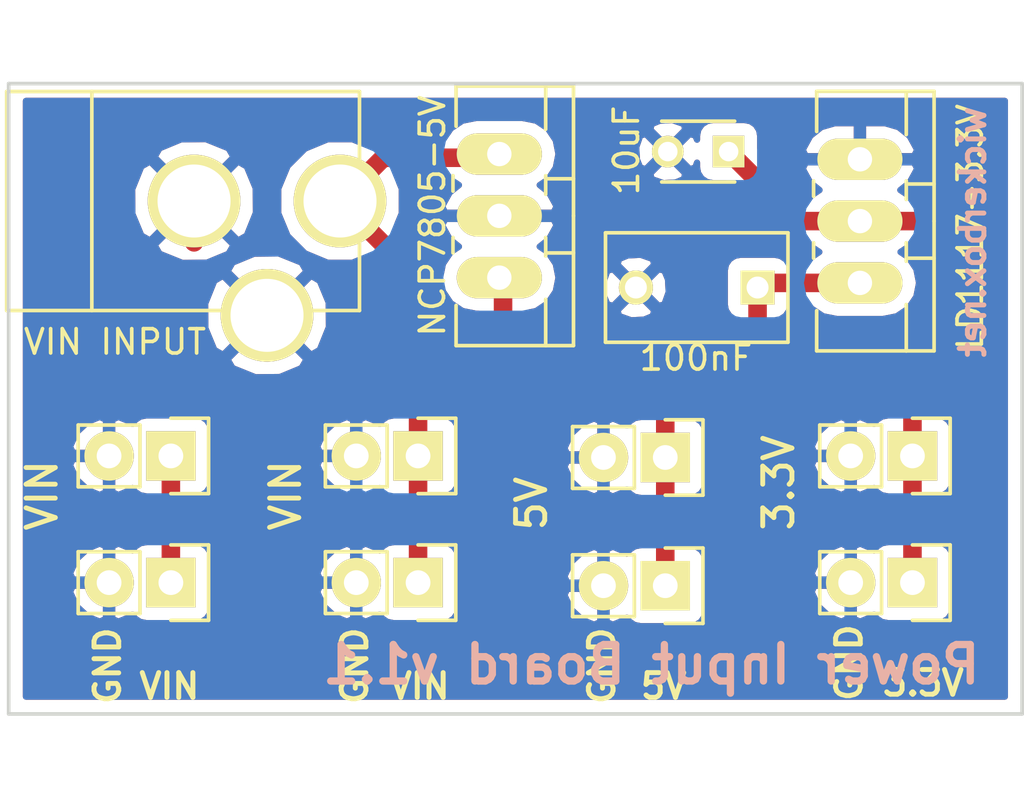
<source format=kicad_pcb>
(kicad_pcb (version 4) (host pcbnew 4.0.1-3.201512221402+6198~38~ubuntu14.04.1-stable)

  (general
    (links 25)
    (no_connects 0)
    (area 97.358139 82.828 195.910202 129.870202)
    (thickness 1.6)
    (drawings 24)
    (tracks 32)
    (zones 0)
    (modules 13)
    (nets 5)
  )

  (page A4)
  (title_block
    (title "Input Power Board (Through-hole) ")
    (date 2016-07-30)
    (rev v1.1)
    (company "Released under the CERN Open Hardware License v1.2")
    (comment 1 "wickerboxen@gmail.com - http://wickerbox.net")
    (comment 2 "Designed by Jenner Hanni for Wickerbox Electronics")
  )

  (layers
    (0 F.Cu signal)
    (31 B.Cu signal)
    (34 B.Paste user)
    (35 F.Paste user)
    (36 B.SilkS user)
    (37 F.SilkS user)
    (38 B.Mask user)
    (39 F.Mask user)
    (44 Edge.Cuts user)
    (46 B.CrtYd user)
    (47 F.CrtYd user)
    (48 B.Fab user)
    (49 F.Fab user)
  )

  (setup
    (last_trace_width 0.1524)
    (user_trace_width 0.1524)
    (user_trace_width 0.254)
    (user_trace_width 0.3302)
    (user_trace_width 0.508)
    (user_trace_width 0.762)
    (trace_clearance 0.254)
    (zone_clearance 0.508)
    (zone_45_only no)
    (trace_min 0.1524)
    (segment_width 0.2)
    (edge_width 0.15)
    (via_size 0.6858)
    (via_drill 0.3302)
    (via_min_size 0.6858)
    (via_min_drill 0.3302)
    (user_via 0.6858 0.3302)
    (user_via 0.762 0.4064)
    (user_via 0.8636 0.508)
    (uvia_size 0.762)
    (uvia_drill 0.508)
    (uvias_allowed no)
    (uvia_min_size 0)
    (uvia_min_drill 0)
    (pcb_text_width 0.3)
    (pcb_text_size 1.5 1.5)
    (mod_edge_width 0.15)
    (mod_text_size 1 1)
    (mod_text_width 0.15)
    (pad_size 3.5052 3.5052)
    (pad_drill 2.9972)
    (pad_to_mask_clearance 0.0762)
    (solder_mask_min_width 0.0762)
    (aux_axis_origin 0 0)
    (grid_origin 148.844 105.664)
    (visible_elements FFFEDF7D)
    (pcbplotparams
      (layerselection 0x20000_00000000)
      (usegerberextensions true)
      (excludeedgelayer true)
      (linewidth 0.100000)
      (plotframeref false)
      (viasonmask false)
      (mode 1)
      (useauxorigin false)
      (hpglpennumber 1)
      (hpglpenspeed 20)
      (hpglpendiameter 15)
      (hpglpenoverlay 2)
      (psnegative false)
      (psa4output false)
      (plotreference true)
      (plotvalue true)
      (plotinvisibletext false)
      (padsonsilk false)
      (subtractmaskfromsilk false)
      (outputformat 1)
      (mirror false)
      (drillshape 0)
      (scaleselection 1)
      (outputdirectory gerbers))
  )

  (net 0 "")
  (net 1 GND)
  (net 2 +5V)
  (net 3 +3V3)
  (net 4 +9V)

  (net_class Default "This is the default net class."
    (clearance 0.254)
    (trace_width 0.1524)
    (via_dia 0.6858)
    (via_drill 0.3302)
    (uvia_dia 0.762)
    (uvia_drill 0.508)
    (add_net +3V3)
    (add_net +5V)
    (add_net +9V)
    (add_net GND)
  )

  (net_class Power ""
    (clearance 0.3302)
    (trace_width 0.508)
    (via_dia 0.762)
    (via_drill 0.4064)
    (uvia_dia 0.762)
    (uvia_drill 0.508)
  )

  (module Wickerlib:TO-220-NEUTRAL123-VERT-LONGPADS (layer F.Cu) (tedit 579D5D16) (tstamp 5743BF0F)
    (at 133.0325 92.0115 270)
    (descr "TO-220, Neutral, Vertical, Large Pads,")
    (tags "TO-220, Neutral, Vertical, Large Pads,")
    (path /5743BEF1)
    (fp_text reference LD1117-3.3V (at 0 0 270) (layer F.Fab)
      (effects (font (size 1 1) (thickness 0.15)))
    )
    (fp_text value LD1117-3.3V (at 0 3.81 270) (layer F.Fab) hide
      (effects (font (size 1 1) (thickness 0.15)))
    )
    (fp_line (start 5.5 2) (end 5.5 -3.25) (layer F.CrtYd) (width 0.05))
    (fp_line (start -5.5 2) (end 5.5 2) (layer F.CrtYd) (width 0.05))
    (fp_line (start -5.5 -3.25) (end -5.5 2) (layer F.CrtYd) (width 0.05))
    (fp_line (start 5.5 -3.25) (end -5.5 -3.25) (layer F.CrtYd) (width 0.05))
    (fp_line (start -3.5 -2) (end -5.5 -2) (layer F.Fab) (width 0.05))
    (fp_line (start -1.5 -2) (end -1.5 -3.25) (layer F.Fab) (width 0.05))
    (fp_line (start -1 -2) (end -1.5 -2) (layer F.Fab) (width 0.05))
    (fp_line (start 1.75 -2) (end 1.75 -3.25) (layer F.Fab) (width 0.05))
    (fp_line (start 1.75 -2) (end 0.75 -2) (layer F.Fab) (width 0.05))
    (fp_line (start 5.5 -2) (end 3.25 -2) (layer F.Fab) (width 0.05))
    (fp_line (start 5.5 -3) (end 5.5 -3.25) (layer F.Fab) (width 0.05))
    (fp_line (start 5.5 -3.25) (end -5.5 -3.25) (layer F.Fab) (width 0.05))
    (fp_line (start -5.5 2) (end -5.5 -3.25) (layer F.Fab) (width 0.05))
    (fp_line (start 5.5 2) (end -5.5 2) (layer F.Fab) (width 0.05))
    (fp_line (start 5.5 1.75) (end 5.5 2) (layer F.Fab) (width 0.05))
    (fp_line (start 5.5 -3) (end 5.5 1.75) (layer F.Fab) (width 0.05))
    (fp_text user %R (at 0.2413 -4.5339 270) (layer F.SilkS)
      (effects (font (size 1 1) (thickness 0.15)))
    )
    (fp_line (start 5.334 -1.905) (end 3.429 -1.905) (layer F.SilkS) (width 0.15))
    (fp_line (start 0.889 -1.905) (end 1.651 -1.905) (layer F.SilkS) (width 0.15))
    (fp_line (start -1.524 -1.905) (end -1.651 -1.905) (layer F.SilkS) (width 0.15))
    (fp_line (start -1.524 -1.905) (end -0.889 -1.905) (layer F.SilkS) (width 0.15))
    (fp_line (start -5.334 -1.905) (end -3.556 -1.905) (layer F.SilkS) (width 0.15))
    (fp_line (start -5.334 1.778) (end -3.683 1.778) (layer F.SilkS) (width 0.15))
    (fp_line (start -1.016 1.905) (end -1.651 1.905) (layer F.SilkS) (width 0.15))
    (fp_line (start 1.524 1.905) (end 0.889 1.905) (layer F.SilkS) (width 0.15))
    (fp_line (start 5.334 1.778) (end 3.683 1.778) (layer F.SilkS) (width 0.15))
    (fp_line (start -1.524 -3.048) (end -1.524 -1.905) (layer F.SilkS) (width 0.15))
    (fp_line (start 1.524 -3.048) (end 1.524 -1.905) (layer F.SilkS) (width 0.15))
    (fp_line (start 5.334 -1.905) (end 5.334 1.778) (layer F.SilkS) (width 0.15))
    (fp_line (start -5.334 1.778) (end -5.334 -1.905) (layer F.SilkS) (width 0.15))
    (fp_line (start 5.334 -3.048) (end 5.334 -1.905) (layer F.SilkS) (width 0.15))
    (fp_line (start -5.334 -1.905) (end -5.334 -3.048) (layer F.SilkS) (width 0.15))
    (fp_line (start 0 -3.048) (end -5.334 -3.048) (layer F.SilkS) (width 0.15))
    (fp_line (start 0 -3.048) (end 5.334 -3.048) (layer F.SilkS) (width 0.15))
    (pad 2 thru_hole oval (at 0 0) (size 3.50012 1.69926) (drill 1.00076) (layers *.Cu *.Mask F.SilkS)
      (net 3 +3V3))
    (pad 1 thru_hole oval (at -2.54 0) (size 3.50012 1.69926) (drill 1.00076) (layers *.Cu *.Mask F.SilkS)
      (net 1 GND))
    (pad 3 thru_hole oval (at 2.54 0) (size 3.50012 1.69926) (drill 1.00076) (layers *.Cu *.Mask F.SilkS)
      (net 2 +5V))
  )

  (module Wickerlib:CONN-BARREL-JACK-2.5x5.5MM-TH (layer F.Cu) (tedit 57954D06) (tstamp 5731473B)
    (at 105.46334 91.186)
    (descr "DC Barrel Jack")
    (tags "Power Jack")
    (path /57315B33)
    (fp_text reference "VIN INPUT" (at 0 0) (layer F.Fab)
      (effects (font (size 1 1) (thickness 0.15)))
    )
    (fp_text value BARREL_JACK (at 0 -2.75) (layer F.Fab) hide
      (effects (font (size 1 1) (thickness 0.15)))
    )
    (fp_line (start -7.75 7) (end 8.5 7) (layer F.CrtYd) (width 0.05))
    (fp_line (start -7.75 -4.75) (end -7.75 7) (layer F.CrtYd) (width 0.05))
    (fp_line (start 8.5 -4.75) (end -7.75 -4.75) (layer F.CrtYd) (width 0.05))
    (fp_line (start 8.5 7) (end 8.5 -4.75) (layer F.CrtYd) (width 0.05))
    (fp_circle (center 3 4.75) (end 4.5 6) (layer F.Fab) (width 0.05))
    (fp_circle (center 0 0) (end 1.25 1.5) (layer F.Fab) (width 0.05))
    (fp_circle (center 6.25 0) (end 7 1.75) (layer F.Fab) (width 0.05))
    (fp_circle (center 6.25 0) (end 6.5 0.25) (layer F.Fab) (width 0.4))
    (fp_line (start 8.5 -4.5) (end 7 -4.5) (layer F.Fab) (width 0.05))
    (fp_line (start 8.5 7) (end 8.5 -4.5) (layer F.Fab) (width 0.05))
    (fp_line (start -7.5 7) (end 8.5 7) (layer F.Fab) (width 0.05))
    (fp_line (start -7.5 4.5) (end -7.5 7) (layer F.Fab) (width 0.05))
    (fp_line (start -7.5 -4.5) (end -7.5 4.5) (layer F.Fab) (width 0.05))
    (fp_line (start 7 -4.5) (end -7.5 -4.5) (layer F.Fab) (width 0.05))
    (fp_text user %R (at -3.05054 5.7912) (layer F.SilkS)
      (effects (font (size 1 1) (thickness 0.15)))
    )
    (fp_line (start -4.0005 -4.50088) (end -4.0005 4.50088) (layer F.SilkS) (width 0.15))
    (fp_line (start -7.50062 -4.50088) (end -7.50062 4.50088) (layer F.SilkS) (width 0.15))
    (fp_line (start -7.50062 4.50088) (end 7.00024 4.50088) (layer F.SilkS) (width 0.15))
    (fp_line (start 7.00024 4.50088) (end 7.00024 -4.50088) (layer F.SilkS) (width 0.15))
    (fp_line (start 7.00024 -4.50088) (end -7.50062 -4.50088) (layer F.SilkS) (width 0.15))
    (pad 1 thru_hole circle (at 6.20014 0) (size 3.81 3.81) (drill 2.99974) (layers *.Cu *.Mask F.SilkS)
      (net 4 +9V))
    (pad 2 thru_hole circle (at 0.20066 0) (size 3.81 3.81) (drill 2.99974) (layers *.Cu *.Mask F.SilkS)
      (net 1 GND))
    (pad 3 thru_hole circle (at 3.2004 4.699) (size 3.81 3.81) (drill 2.99974) (layers *.Cu *.Mask F.SilkS)
      (net 1 GND))
  )

  (module Wickerlib:CONN-ONSHORE-SCREW-GREEN-2PIN-TH (layer F.Cu) (tedit 579D5B2F) (tstamp 5743BF0E)
    (at 135.1915 101.6635 270)
    (descr "Through hole pin header")
    (tags "pin header")
    (path /5743C67C)
    (fp_text reference J4A1 (at 0 1.27 270) (layer F.Fab)
      (effects (font (size 1 1) (thickness 0.15)))
    )
    (fp_text value SCREW (at -2.286 1.27 360) (layer F.Fab) hide
      (effects (font (size 1 1) (thickness 0.15)))
    )
    (fp_text user %R (at 1.778 -2.54 270) (layer F.SilkS) hide
      (effects (font (size 1 1) (thickness 0.15)))
    )
    (fp_line (start 1.27 1.27) (end 1.27 3.81) (layer F.SilkS) (width 0.15))
    (fp_line (start 1.55 -1.55) (end 1.55 0) (layer F.SilkS) (width 0.15))
    (fp_line (start -3.3 -1.75) (end -3.3 4.3) (layer F.CrtYd) (width 0.05))
    (fp_line (start 3.3 -1.75) (end 3.3 4.3) (layer F.CrtYd) (width 0.05))
    (fp_line (start -3.3 -1.75) (end 3.3 -1.74244) (layer F.CrtYd) (width 0.05))
    (fp_line (start -3.3 4.3) (end 3.3 4.3) (layer F.CrtYd) (width 0.05))
    (fp_line (start 1.27 1.27) (end -1.27 1.27) (layer F.SilkS) (width 0.15))
    (fp_line (start -1.55 0) (end -1.55 -1.55) (layer F.SilkS) (width 0.15))
    (fp_line (start -1.55 -1.55) (end 1.55 -1.55) (layer F.SilkS) (width 0.15))
    (fp_line (start -1.27 1.27) (end -1.27 3.81) (layer F.SilkS) (width 0.15))
    (fp_line (start -1.27 3.81) (end 1.27 3.81) (layer F.SilkS) (width 0.15))
    (fp_line (start -3.3 -1.75) (end 3.3 -1.74244) (layer F.Fab) (width 0.05))
    (fp_line (start -3.3 -1.75) (end -3.3 4.3) (layer F.Fab) (width 0.05))
    (fp_line (start 3.3 -1.75) (end 3.3 4.3) (layer F.Fab) (width 0.05))
    (fp_line (start -3.3 4.3) (end 3.3 4.3) (layer F.Fab) (width 0.05))
    (pad 1 thru_hole rect (at 0 0 270) (size 2.032 2.032) (drill 1.016) (layers *.Cu *.Mask F.SilkS)
      (net 3 +3V3))
    (pad 2 thru_hole oval (at 0 2.54 270) (size 2.032 2.032) (drill 1.016) (layers *.Cu *.Mask F.SilkS)
      (net 1 GND))
  )

  (module Wickerlib:CONN-ONSHORE-SCREW-GREEN-2PIN-TH (layer F.Cu) (tedit 579D5B2C) (tstamp 5743BF08)
    (at 125.0315 101.727 270)
    (descr "Through hole pin header")
    (tags "pin header")
    (path /5743C4F0)
    (fp_text reference J3A1 (at 0 1.27 270) (layer F.Fab)
      (effects (font (size 1 1) (thickness 0.15)))
    )
    (fp_text value SCREW (at -2.286 1.27 360) (layer F.Fab) hide
      (effects (font (size 1 1) (thickness 0.15)))
    )
    (fp_text user %R (at 1.778 -2.54 270) (layer F.SilkS) hide
      (effects (font (size 1 1) (thickness 0.15)))
    )
    (fp_line (start 1.27 1.27) (end 1.27 3.81) (layer F.SilkS) (width 0.15))
    (fp_line (start 1.55 -1.55) (end 1.55 0) (layer F.SilkS) (width 0.15))
    (fp_line (start -3.3 -1.75) (end -3.3 4.3) (layer F.CrtYd) (width 0.05))
    (fp_line (start 3.3 -1.75) (end 3.3 4.3) (layer F.CrtYd) (width 0.05))
    (fp_line (start -3.3 -1.75) (end 3.3 -1.74244) (layer F.CrtYd) (width 0.05))
    (fp_line (start -3.3 4.3) (end 3.3 4.3) (layer F.CrtYd) (width 0.05))
    (fp_line (start 1.27 1.27) (end -1.27 1.27) (layer F.SilkS) (width 0.15))
    (fp_line (start -1.55 0) (end -1.55 -1.55) (layer F.SilkS) (width 0.15))
    (fp_line (start -1.55 -1.55) (end 1.55 -1.55) (layer F.SilkS) (width 0.15))
    (fp_line (start -1.27 1.27) (end -1.27 3.81) (layer F.SilkS) (width 0.15))
    (fp_line (start -1.27 3.81) (end 1.27 3.81) (layer F.SilkS) (width 0.15))
    (fp_line (start -3.3 -1.75) (end 3.3 -1.74244) (layer F.Fab) (width 0.05))
    (fp_line (start -3.3 -1.75) (end -3.3 4.3) (layer F.Fab) (width 0.05))
    (fp_line (start 3.3 -1.75) (end 3.3 4.3) (layer F.Fab) (width 0.05))
    (fp_line (start -3.3 4.3) (end 3.3 4.3) (layer F.Fab) (width 0.05))
    (pad 1 thru_hole rect (at 0 0 270) (size 2.032 2.032) (drill 1.016) (layers *.Cu *.Mask F.SilkS)
      (net 2 +5V))
    (pad 2 thru_hole oval (at 0 2.54 270) (size 2.032 2.032) (drill 1.016) (layers *.Cu *.Mask F.SilkS)
      (net 1 GND))
  )

  (module Wickerlib:CONN-ONSHORE-SCREW-GREEN-2PIN-TH (layer F.Cu) (tedit 579D5B2A) (tstamp 5743BF02)
    (at 114.8715 101.6635 270)
    (descr "Through hole pin header")
    (tags "pin header")
    (path /5743BFDF)
    (fp_text reference J2A1 (at 0 1.27 270) (layer F.Fab)
      (effects (font (size 1 1) (thickness 0.15)))
    )
    (fp_text value SCREW (at -2.286 1.27 360) (layer F.Fab) hide
      (effects (font (size 1 1) (thickness 0.15)))
    )
    (fp_text user %R (at 1.778 -2.54 270) (layer F.SilkS) hide
      (effects (font (size 1 1) (thickness 0.15)))
    )
    (fp_line (start 1.27 1.27) (end 1.27 3.81) (layer F.SilkS) (width 0.15))
    (fp_line (start 1.55 -1.55) (end 1.55 0) (layer F.SilkS) (width 0.15))
    (fp_line (start -3.3 -1.75) (end -3.3 4.3) (layer F.CrtYd) (width 0.05))
    (fp_line (start 3.3 -1.75) (end 3.3 4.3) (layer F.CrtYd) (width 0.05))
    (fp_line (start -3.3 -1.75) (end 3.3 -1.74244) (layer F.CrtYd) (width 0.05))
    (fp_line (start -3.3 4.3) (end 3.3 4.3) (layer F.CrtYd) (width 0.05))
    (fp_line (start 1.27 1.27) (end -1.27 1.27) (layer F.SilkS) (width 0.15))
    (fp_line (start -1.55 0) (end -1.55 -1.55) (layer F.SilkS) (width 0.15))
    (fp_line (start -1.55 -1.55) (end 1.55 -1.55) (layer F.SilkS) (width 0.15))
    (fp_line (start -1.27 1.27) (end -1.27 3.81) (layer F.SilkS) (width 0.15))
    (fp_line (start -1.27 3.81) (end 1.27 3.81) (layer F.SilkS) (width 0.15))
    (fp_line (start -3.3 -1.75) (end 3.3 -1.74244) (layer F.Fab) (width 0.05))
    (fp_line (start -3.3 -1.75) (end -3.3 4.3) (layer F.Fab) (width 0.05))
    (fp_line (start 3.3 -1.75) (end 3.3 4.3) (layer F.Fab) (width 0.05))
    (fp_line (start -3.3 4.3) (end 3.3 4.3) (layer F.Fab) (width 0.05))
    (pad 1 thru_hole rect (at 0 0 270) (size 2.032 2.032) (drill 1.016) (layers *.Cu *.Mask F.SilkS)
      (net 4 +9V))
    (pad 2 thru_hole oval (at 0 2.54 270) (size 2.032 2.032) (drill 1.016) (layers *.Cu *.Mask F.SilkS)
      (net 1 GND))
  )

  (module Wickerlib:CONN-ONSHORE-SCREW-GREEN-2PIN-TH (layer F.Cu) (tedit 579D5B28) (tstamp 5743BEFC)
    (at 104.7115 101.6635 270)
    (descr "Through hole pin header")
    (tags "pin header")
    (path /5743B489)
    (fp_text reference J1A1 (at 0 1.27 270) (layer F.Fab)
      (effects (font (size 1 1) (thickness 0.15)))
    )
    (fp_text value SCREW (at -2.286 1.27 360) (layer F.Fab) hide
      (effects (font (size 1 1) (thickness 0.15)))
    )
    (fp_text user %R (at 1.778 -2.54 270) (layer F.SilkS) hide
      (effects (font (size 1 1) (thickness 0.15)))
    )
    (fp_line (start 1.27 1.27) (end 1.27 3.81) (layer F.SilkS) (width 0.15))
    (fp_line (start 1.55 -1.55) (end 1.55 0) (layer F.SilkS) (width 0.15))
    (fp_line (start -3.3 -1.75) (end -3.3 4.3) (layer F.CrtYd) (width 0.05))
    (fp_line (start 3.3 -1.75) (end 3.3 4.3) (layer F.CrtYd) (width 0.05))
    (fp_line (start -3.3 -1.75) (end 3.3 -1.74244) (layer F.CrtYd) (width 0.05))
    (fp_line (start -3.3 4.3) (end 3.3 4.3) (layer F.CrtYd) (width 0.05))
    (fp_line (start 1.27 1.27) (end -1.27 1.27) (layer F.SilkS) (width 0.15))
    (fp_line (start -1.55 0) (end -1.55 -1.55) (layer F.SilkS) (width 0.15))
    (fp_line (start -1.55 -1.55) (end 1.55 -1.55) (layer F.SilkS) (width 0.15))
    (fp_line (start -1.27 1.27) (end -1.27 3.81) (layer F.SilkS) (width 0.15))
    (fp_line (start -1.27 3.81) (end 1.27 3.81) (layer F.SilkS) (width 0.15))
    (fp_line (start -3.3 -1.75) (end 3.3 -1.74244) (layer F.Fab) (width 0.05))
    (fp_line (start -3.3 -1.75) (end -3.3 4.3) (layer F.Fab) (width 0.05))
    (fp_line (start 3.3 -1.75) (end 3.3 4.3) (layer F.Fab) (width 0.05))
    (fp_line (start -3.3 4.3) (end 3.3 4.3) (layer F.Fab) (width 0.05))
    (pad 1 thru_hole rect (at 0 0 270) (size 2.032 2.032) (drill 1.016) (layers *.Cu *.Mask F.SilkS)
      (net 4 +9V))
    (pad 2 thru_hole oval (at 0 2.54 270) (size 2.032 2.032) (drill 1.016) (layers *.Cu *.Mask F.SilkS)
      (net 1 GND))
  )

  (module Wickerlib:TO-220-NEUTRAL123-VERT-LONGPADS (layer F.Cu) (tedit 579D5D16) (tstamp 57314742)
    (at 118.2116 91.7956 270)
    (descr "TO-220, Neutral, Vertical, Large Pads,")
    (tags "TO-220, Neutral, Vertical, Large Pads,")
    (path /573180B5)
    (fp_text reference NCP7805-5V (at 0 0 270) (layer F.Fab)
      (effects (font (size 1 1) (thickness 0.15)))
    )
    (fp_text value NCP7805-5V (at 0 3.81 270) (layer F.Fab) hide
      (effects (font (size 1 1) (thickness 0.15)))
    )
    (fp_line (start 5.5 2) (end 5.5 -3.25) (layer F.CrtYd) (width 0.05))
    (fp_line (start -5.5 2) (end 5.5 2) (layer F.CrtYd) (width 0.05))
    (fp_line (start -5.5 -3.25) (end -5.5 2) (layer F.CrtYd) (width 0.05))
    (fp_line (start 5.5 -3.25) (end -5.5 -3.25) (layer F.CrtYd) (width 0.05))
    (fp_line (start -3.5 -2) (end -5.5 -2) (layer F.Fab) (width 0.05))
    (fp_line (start -1.5 -2) (end -1.5 -3.25) (layer F.Fab) (width 0.05))
    (fp_line (start -1 -2) (end -1.5 -2) (layer F.Fab) (width 0.05))
    (fp_line (start 1.75 -2) (end 1.75 -3.25) (layer F.Fab) (width 0.05))
    (fp_line (start 1.75 -2) (end 0.75 -2) (layer F.Fab) (width 0.05))
    (fp_line (start 5.5 -2) (end 3.25 -2) (layer F.Fab) (width 0.05))
    (fp_line (start 5.5 -3) (end 5.5 -3.25) (layer F.Fab) (width 0.05))
    (fp_line (start 5.5 -3.25) (end -5.5 -3.25) (layer F.Fab) (width 0.05))
    (fp_line (start -5.5 2) (end -5.5 -3.25) (layer F.Fab) (width 0.05))
    (fp_line (start 5.5 2) (end -5.5 2) (layer F.Fab) (width 0.05))
    (fp_line (start 5.5 1.75) (end 5.5 2) (layer F.Fab) (width 0.05))
    (fp_line (start 5.5 -3) (end 5.5 1.75) (layer F.Fab) (width 0.05))
    (fp_text user %R (at 0 2.75 270) (layer F.SilkS)
      (effects (font (size 1 1) (thickness 0.15)))
    )
    (fp_line (start 5.334 -1.905) (end 3.429 -1.905) (layer F.SilkS) (width 0.15))
    (fp_line (start 0.889 -1.905) (end 1.651 -1.905) (layer F.SilkS) (width 0.15))
    (fp_line (start -1.524 -1.905) (end -1.651 -1.905) (layer F.SilkS) (width 0.15))
    (fp_line (start -1.524 -1.905) (end -0.889 -1.905) (layer F.SilkS) (width 0.15))
    (fp_line (start -5.334 -1.905) (end -3.556 -1.905) (layer F.SilkS) (width 0.15))
    (fp_line (start -5.334 1.778) (end -3.683 1.778) (layer F.SilkS) (width 0.15))
    (fp_line (start -1.016 1.905) (end -1.651 1.905) (layer F.SilkS) (width 0.15))
    (fp_line (start 1.524 1.905) (end 0.889 1.905) (layer F.SilkS) (width 0.15))
    (fp_line (start 5.334 1.778) (end 3.683 1.778) (layer F.SilkS) (width 0.15))
    (fp_line (start -1.524 -3.048) (end -1.524 -1.905) (layer F.SilkS) (width 0.15))
    (fp_line (start 1.524 -3.048) (end 1.524 -1.905) (layer F.SilkS) (width 0.15))
    (fp_line (start 5.334 -1.905) (end 5.334 1.778) (layer F.SilkS) (width 0.15))
    (fp_line (start -5.334 1.778) (end -5.334 -1.905) (layer F.SilkS) (width 0.15))
    (fp_line (start 5.334 -3.048) (end 5.334 -1.905) (layer F.SilkS) (width 0.15))
    (fp_line (start -5.334 -1.905) (end -5.334 -3.048) (layer F.SilkS) (width 0.15))
    (fp_line (start 0 -3.048) (end -5.334 -3.048) (layer F.SilkS) (width 0.15))
    (fp_line (start 0 -3.048) (end 5.334 -3.048) (layer F.SilkS) (width 0.15))
    (pad 2 thru_hole oval (at 0 0) (size 3.50012 1.69926) (drill 1.00076) (layers *.Cu *.Mask F.SilkS)
      (net 1 GND))
    (pad 1 thru_hole oval (at -2.54 0) (size 3.50012 1.69926) (drill 1.00076) (layers *.Cu *.Mask F.SilkS)
      (net 4 +9V))
    (pad 3 thru_hole oval (at 2.54 0) (size 3.50012 1.69926) (drill 1.00076) (layers *.Cu *.Mask F.SilkS)
      (net 2 +5V))
  )

  (module Wickerlib:CAP-DISC-D7.5MM-P5MM (layer F.Cu) (tedit 579D5E22) (tstamp 5743BEED)
    (at 128.825 94.742 180)
    (descr "Capacitor 7.5mm Disc, Pitch 5mm")
    (tags Capacitor)
    (path /5743F7F6)
    (fp_text reference 100nF (at 2.45 0 180) (layer F.Fab)
      (effects (font (size 1 1) (thickness 0.15)))
    )
    (fp_text value 100nF (at 2.5 3.5 180) (layer F.Fab) hide
      (effects (font (size 1 1) (thickness 0.15)))
    )
    (fp_text user %R (at 2.5362 -2.8956 180) (layer F.SilkS)
      (effects (font (size 1 1) (thickness 0.15)))
    )
    (fp_line (start -1.5 -2.5) (end 6.5 -2.5) (layer F.Fab) (width 0.05))
    (fp_line (start -1.5 2.5) (end -1.5 -2.5) (layer F.Fab) (width 0.05))
    (fp_line (start 6.5 2.5) (end -1.5 2.5) (layer F.Fab) (width 0.05))
    (fp_line (start 6.5 -2.5) (end 6.5 2.5) (layer F.Fab) (width 0.05))
    (fp_line (start -1.5 -2.5) (end 6.5 -2.5) (layer F.CrtYd) (width 0.05))
    (fp_line (start 6.5 -2.5) (end 6.5 2.5) (layer F.CrtYd) (width 0.05))
    (fp_line (start 6.5 2.5) (end -1.5 2.5) (layer F.CrtYd) (width 0.05))
    (fp_line (start -1.5 2.5) (end -1.5 -2.5) (layer F.CrtYd) (width 0.05))
    (fp_line (start -1.25 -2.25) (end 6.25 -2.25) (layer F.SilkS) (width 0.15))
    (fp_line (start 6.25 -2.25) (end 6.25 2.25) (layer F.SilkS) (width 0.15))
    (fp_line (start 6.25 2.25) (end -1.25 2.25) (layer F.SilkS) (width 0.15))
    (fp_line (start -1.25 2.25) (end -1.25 -2.25) (layer F.SilkS) (width 0.15))
    (pad 1 thru_hole rect (at 0 0 180) (size 1.4 1.4) (drill 0.9) (layers *.Cu *.Mask F.SilkS)
      (net 2 +5V))
    (pad 2 thru_hole circle (at 5 0 180) (size 1.4 1.4) (drill 0.9) (layers *.Cu *.Mask F.SilkS)
      (net 1 GND))
  )

  (module Wickerlib:CAP-DISC-D3MM-P2.5MM (layer F.Cu) (tedit 579D5E53) (tstamp 5743BEF2)
    (at 127.635 89.154 180)
    (descr "Capacitor 3mm Disc, Pitch 2.5mm")
    (tags Capacitor)
    (path /57441B77)
    (fp_text reference 10uF (at 1.25 0 360) (layer F.Fab)
      (effects (font (size 1 1) (thickness 0.15)))
    )
    (fp_text value 10uF (at 1.25 2.5 180) (layer F.Fab) hide
      (effects (font (size 1 1) (thickness 0.15)))
    )
    (fp_text user %R (at 4.2 0.05 270) (layer F.SilkS)
      (effects (font (size 1 1) (thickness 0.15)))
    )
    (fp_line (start -0.9 -1.5) (end 3.4 -1.5) (layer F.Fab) (width 0.05))
    (fp_line (start -0.9 1.5) (end -0.9 -1.5) (layer F.Fab) (width 0.05))
    (fp_line (start 3.4 1.5) (end -0.9 1.5) (layer F.Fab) (width 0.05))
    (fp_line (start 3.4 -1.5) (end 3.4 1.5) (layer F.Fab) (width 0.05))
    (fp_line (start -0.9 -1.5) (end 3.4 -1.5) (layer F.CrtYd) (width 0.05))
    (fp_line (start 3.4 -1.5) (end 3.4 1.5) (layer F.CrtYd) (width 0.05))
    (fp_line (start 3.4 1.5) (end -0.9 1.5) (layer F.CrtYd) (width 0.05))
    (fp_line (start -0.9 1.5) (end -0.9 -1.5) (layer F.CrtYd) (width 0.05))
    (fp_line (start -0.25 -1.25) (end 2.75 -1.25) (layer F.SilkS) (width 0.15))
    (fp_line (start 2.75 1.25) (end -0.25 1.25) (layer F.SilkS) (width 0.15))
    (pad 1 thru_hole rect (at 0 0 180) (size 1.3 1.3) (drill 0.8) (layers *.Cu *.Mask F.SilkS)
      (net 3 +3V3))
    (pad 2 thru_hole circle (at 2.5 0 180) (size 1.3 1.3) (drill 0.8001) (layers *.Cu *.Mask F.SilkS)
      (net 1 GND))
  )

  (module Wickerlib:CONN-HEADER-STRAIGHT-P2.54MM-1x02 (layer F.Cu) (tedit 579D5F5F) (tstamp 57314734)
    (at 135.1915 106.8705 270)
    (descr "Through hole pin header")
    (tags "pin header")
    (path /5743BF31)
    (fp_text reference J4 (at 0 1.25 360) (layer F.Fab)
      (effects (font (size 1 1) (thickness 0.15)))
    )
    (fp_text value HEADER (at 0 -3.1 270) (layer F.Fab) hide
      (effects (font (size 1 1) (thickness 0.15)))
    )
    (fp_line (start 1.75 4.25) (end 1.75 -1.75) (layer F.Fab) (width 0.05))
    (fp_line (start 1.75 4.25) (end -1.75 4.25) (layer F.Fab) (width 0.05))
    (fp_line (start -1.75 -1.75) (end -1.75 4.25) (layer F.Fab) (width 0.05))
    (fp_line (start 1.75 -1.75) (end -1.75 -1.75) (layer F.Fab) (width 0.05))
    (fp_text user %R (at 0 5.334 270) (layer F.SilkS) hide
      (effects (font (size 1 1) (thickness 0.15)))
    )
    (fp_circle (center 0 0) (end 0.15 0.25) (layer F.Fab) (width 0.4))
    (fp_line (start 1.27 1.27) (end 1.27 3.81) (layer F.SilkS) (width 0.15))
    (fp_line (start 1.55 -1.55) (end 1.55 0) (layer F.SilkS) (width 0.15))
    (fp_line (start -1.75 -1.75) (end -1.75 4.3) (layer F.CrtYd) (width 0.05))
    (fp_line (start 1.75 -1.75) (end 1.75 4.3) (layer F.CrtYd) (width 0.05))
    (fp_line (start -1.75 -1.75) (end 1.75 -1.75) (layer F.CrtYd) (width 0.05))
    (fp_line (start -1.75 4.3) (end 1.75 4.3) (layer F.CrtYd) (width 0.05))
    (fp_line (start 1.27 1.27) (end -1.27 1.27) (layer F.SilkS) (width 0.15))
    (fp_line (start -1.55 0) (end -1.55 -1.55) (layer F.SilkS) (width 0.15))
    (fp_line (start -1.55 -1.55) (end 1.55 -1.55) (layer F.SilkS) (width 0.15))
    (fp_line (start -1.27 1.27) (end -1.27 3.81) (layer F.SilkS) (width 0.15))
    (fp_line (start -1.27 3.81) (end 1.27 3.81) (layer F.SilkS) (width 0.15))
    (pad 1 thru_hole rect (at 0 0 270) (size 2.032 2.032) (drill 1.016) (layers *.Cu *.Mask F.SilkS)
      (net 3 +3V3))
    (pad 2 thru_hole oval (at 0 2.54 270) (size 2.032 2.032) (drill 1.016) (layers *.Cu *.Mask F.SilkS)
      (net 1 GND))
  )

  (module Wickerlib:CONN-HEADER-STRAIGHT-P2.54MM-1x02 (layer F.Cu) (tedit 579D5F61) (tstamp 5731472E)
    (at 125.0315 106.9975 270)
    (descr "Through hole pin header")
    (tags "pin header")
    (path /5743BEAE)
    (fp_text reference J3 (at 0 1.25 360) (layer F.Fab)
      (effects (font (size 1 1) (thickness 0.15)))
    )
    (fp_text value HEADER (at 0 -3.1 270) (layer F.Fab) hide
      (effects (font (size 1 1) (thickness 0.15)))
    )
    (fp_line (start 1.75 4.25) (end 1.75 -1.75) (layer F.Fab) (width 0.05))
    (fp_line (start 1.75 4.25) (end -1.75 4.25) (layer F.Fab) (width 0.05))
    (fp_line (start -1.75 -1.75) (end -1.75 4.25) (layer F.Fab) (width 0.05))
    (fp_line (start 1.75 -1.75) (end -1.75 -1.75) (layer F.Fab) (width 0.05))
    (fp_text user %R (at 0 5.334 270) (layer F.SilkS) hide
      (effects (font (size 1 1) (thickness 0.15)))
    )
    (fp_circle (center 0 0) (end 0.15 0.25) (layer F.Fab) (width 0.4))
    (fp_line (start 1.27 1.27) (end 1.27 3.81) (layer F.SilkS) (width 0.15))
    (fp_line (start 1.55 -1.55) (end 1.55 0) (layer F.SilkS) (width 0.15))
    (fp_line (start -1.75 -1.75) (end -1.75 4.3) (layer F.CrtYd) (width 0.05))
    (fp_line (start 1.75 -1.75) (end 1.75 4.3) (layer F.CrtYd) (width 0.05))
    (fp_line (start -1.75 -1.75) (end 1.75 -1.75) (layer F.CrtYd) (width 0.05))
    (fp_line (start -1.75 4.3) (end 1.75 4.3) (layer F.CrtYd) (width 0.05))
    (fp_line (start 1.27 1.27) (end -1.27 1.27) (layer F.SilkS) (width 0.15))
    (fp_line (start -1.55 0) (end -1.55 -1.55) (layer F.SilkS) (width 0.15))
    (fp_line (start -1.55 -1.55) (end 1.55 -1.55) (layer F.SilkS) (width 0.15))
    (fp_line (start -1.27 1.27) (end -1.27 3.81) (layer F.SilkS) (width 0.15))
    (fp_line (start -1.27 3.81) (end 1.27 3.81) (layer F.SilkS) (width 0.15))
    (pad 1 thru_hole rect (at 0 0 270) (size 2.032 2.032) (drill 1.016) (layers *.Cu *.Mask F.SilkS)
      (net 2 +5V))
    (pad 2 thru_hole oval (at 0 2.54 270) (size 2.032 2.032) (drill 1.016) (layers *.Cu *.Mask F.SilkS)
      (net 1 GND))
  )

  (module Wickerlib:CONN-HEADER-STRAIGHT-P2.54MM-1x02 (layer F.Cu) (tedit 579D5F64) (tstamp 57314728)
    (at 114.8715 106.8705 270)
    (descr "Through hole pin header")
    (tags "pin header")
    (path /5743BE24)
    (fp_text reference J2 (at 0 1.25 360) (layer F.Fab)
      (effects (font (size 1 1) (thickness 0.15)))
    )
    (fp_text value HEADER (at 0 -3.1 270) (layer F.Fab) hide
      (effects (font (size 1 1) (thickness 0.15)))
    )
    (fp_line (start 1.75 4.25) (end 1.75 -1.75) (layer F.Fab) (width 0.05))
    (fp_line (start 1.75 4.25) (end -1.75 4.25) (layer F.Fab) (width 0.05))
    (fp_line (start -1.75 -1.75) (end -1.75 4.25) (layer F.Fab) (width 0.05))
    (fp_line (start 1.75 -1.75) (end -1.75 -1.75) (layer F.Fab) (width 0.05))
    (fp_text user %R (at 0 5.334 270) (layer F.SilkS) hide
      (effects (font (size 1 1) (thickness 0.15)))
    )
    (fp_circle (center 0 0) (end 0.15 0.25) (layer F.Fab) (width 0.4))
    (fp_line (start 1.27 1.27) (end 1.27 3.81) (layer F.SilkS) (width 0.15))
    (fp_line (start 1.55 -1.55) (end 1.55 0) (layer F.SilkS) (width 0.15))
    (fp_line (start -1.75 -1.75) (end -1.75 4.3) (layer F.CrtYd) (width 0.05))
    (fp_line (start 1.75 -1.75) (end 1.75 4.3) (layer F.CrtYd) (width 0.05))
    (fp_line (start -1.75 -1.75) (end 1.75 -1.75) (layer F.CrtYd) (width 0.05))
    (fp_line (start -1.75 4.3) (end 1.75 4.3) (layer F.CrtYd) (width 0.05))
    (fp_line (start 1.27 1.27) (end -1.27 1.27) (layer F.SilkS) (width 0.15))
    (fp_line (start -1.55 0) (end -1.55 -1.55) (layer F.SilkS) (width 0.15))
    (fp_line (start -1.55 -1.55) (end 1.55 -1.55) (layer F.SilkS) (width 0.15))
    (fp_line (start -1.27 1.27) (end -1.27 3.81) (layer F.SilkS) (width 0.15))
    (fp_line (start -1.27 3.81) (end 1.27 3.81) (layer F.SilkS) (width 0.15))
    (pad 1 thru_hole rect (at 0 0 270) (size 2.032 2.032) (drill 1.016) (layers *.Cu *.Mask F.SilkS)
      (net 4 +9V))
    (pad 2 thru_hole oval (at 0 2.54 270) (size 2.032 2.032) (drill 1.016) (layers *.Cu *.Mask F.SilkS)
      (net 1 GND))
  )

  (module Wickerlib:CONN-HEADER-STRAIGHT-P2.54MM-1x02 (layer F.Cu) (tedit 579D5F66) (tstamp 57314722)
    (at 104.7115 106.8705 270)
    (descr "Through hole pin header")
    (tags "pin header")
    (path /57318C24)
    (fp_text reference J1 (at 0 1.25 360) (layer F.Fab)
      (effects (font (size 1 1) (thickness 0.15)))
    )
    (fp_text value HEADER (at 0 -3.1 270) (layer F.Fab) hide
      (effects (font (size 1 1) (thickness 0.15)))
    )
    (fp_line (start 1.75 4.25) (end 1.75 -1.75) (layer F.Fab) (width 0.05))
    (fp_line (start 1.75 4.25) (end -1.75 4.25) (layer F.Fab) (width 0.05))
    (fp_line (start -1.75 -1.75) (end -1.75 4.25) (layer F.Fab) (width 0.05))
    (fp_line (start 1.75 -1.75) (end -1.75 -1.75) (layer F.Fab) (width 0.05))
    (fp_text user %R (at 0 5.334 270) (layer F.SilkS) hide
      (effects (font (size 1 1) (thickness 0.15)))
    )
    (fp_circle (center 0 0) (end 0.15 0.25) (layer F.Fab) (width 0.4))
    (fp_line (start 1.27 1.27) (end 1.27 3.81) (layer F.SilkS) (width 0.15))
    (fp_line (start 1.55 -1.55) (end 1.55 0) (layer F.SilkS) (width 0.15))
    (fp_line (start -1.75 -1.75) (end -1.75 4.3) (layer F.CrtYd) (width 0.05))
    (fp_line (start 1.75 -1.75) (end 1.75 4.3) (layer F.CrtYd) (width 0.05))
    (fp_line (start -1.75 -1.75) (end 1.75 -1.75) (layer F.CrtYd) (width 0.05))
    (fp_line (start -1.75 4.3) (end 1.75 4.3) (layer F.CrtYd) (width 0.05))
    (fp_line (start 1.27 1.27) (end -1.27 1.27) (layer F.SilkS) (width 0.15))
    (fp_line (start -1.55 0) (end -1.55 -1.55) (layer F.SilkS) (width 0.15))
    (fp_line (start -1.55 -1.55) (end 1.55 -1.55) (layer F.SilkS) (width 0.15))
    (fp_line (start -1.27 1.27) (end -1.27 3.81) (layer F.SilkS) (width 0.15))
    (fp_line (start -1.27 3.81) (end 1.27 3.81) (layer F.SilkS) (width 0.15))
    (pad 1 thru_hole rect (at 0 0 270) (size 2.032 2.032) (drill 1.016) (layers *.Cu *.Mask F.SilkS)
      (net 4 +9V))
    (pad 2 thru_hole oval (at 0 2.54 270) (size 2.032 2.032) (drill 1.016) (layers *.Cu *.Mask F.SilkS)
      (net 1 GND))
  )

  (gr_text "Input Power Board TH v1.1" (at 123.952 84.328) (layer F.Fab)
    (effects (font (size 1.5 1.5) (thickness 0.3)))
  )
  (gr_text 8/23/16 (at 133.858 114.046) (layer F.Fab)
    (effects (font (size 1.5 1.5) (thickness 0.3)))
  )
  (gr_line (start 139.7 112.268) (end 139.7 86.36) (layer F.Fab) (width 0.2))
  (gr_line (start 98.044 112.268) (end 139.7 112.268) (layer F.Fab) (width 0.2))
  (gr_line (start 98.044 86.36) (end 98.044 112.268) (layer F.Fab) (width 0.2))
  (gr_line (start 139.7 86.36) (end 98.044 86.36) (layer F.Fab) (width 0.2))
  (gr_text 3.3V (at 129.6924 102.7684 90) (layer F.SilkS) (tstamp 579DF875)
    (effects (font (size 1.2 1.2) (thickness 0.2)))
  )
  (gr_text 5V (at 119.5324 103.625543 90) (layer F.SilkS) (tstamp 579DF874)
    (effects (font (size 1.2 1.2) (thickness 0.2)))
  )
  (gr_text VIN (at 109.4232 103.282686 90) (layer F.SilkS) (tstamp 579DF873)
    (effects (font (size 1.2 1.2) (thickness 0.2)))
  )
  (gr_text VIN (at 99.4156 103.282686 90) (layer F.SilkS)
    (effects (font (size 1.2 1.2) (thickness 0.2)))
  )
  (gr_text wickerbox.net (at 137.668 92.456 90) (layer B.SilkS) (tstamp 5743C812)
    (effects (font (size 1.016 1.016) (thickness 0.2032)) (justify mirror))
  )
  (gr_text "Power Input Board v1.1" (at 124.46 110.236) (layer B.SilkS)
    (effects (font (size 1.5 1.5) (thickness 0.3)) (justify mirror))
  )
  (gr_text 5V (at 124.968 111.125) (layer F.SilkS) (tstamp 56EFB4E8)
    (effects (font (size 1.016 1.016) (thickness 0.2032)))
  )
  (gr_text GND (at 132.588 110.16101 90) (layer F.SilkS) (tstamp 56EFB4E5)
    (effects (font (size 1.016 1.016) (thickness 0.2032)))
  )
  (gr_line (start 98.044 86.36) (end 139.7 86.36) (layer Edge.Cuts) (width 0.15))
  (gr_line (start 98.044 112.268) (end 98.044 86.36) (layer Edge.Cuts) (width 0.15))
  (gr_line (start 139.7 112.268) (end 98.044 112.268) (layer Edge.Cuts) (width 0.15))
  (gr_line (start 139.7 86.36) (end 139.7 112.268) (layer Edge.Cuts) (width 0.15))
  (gr_text 3.3V (at 135.636 110.998) (layer F.SilkS) (tstamp 56EFB4E9)
    (effects (font (size 1.016 1.016) (thickness 0.2032)))
  )
  (gr_text GND (at 122.428 110.28801 90) (layer F.SilkS) (tstamp 56EFB4E4)
    (effects (font (size 1.016 1.016) (thickness 0.2032)))
  )
  (gr_text VIN (at 114.935 111.125) (layer F.SilkS) (tstamp 56EFB454)
    (effects (font (size 1.016 1.016) (thickness 0.2032)))
  )
  (gr_text GND (at 112.268 110.28801 90) (layer F.SilkS) (tstamp 56EFB41B)
    (effects (font (size 1.016 1.016) (thickness 0.2032)))
  )
  (gr_text GND (at 102.108 110.28801 90) (layer F.SilkS) (tstamp 56EFB416)
    (effects (font (size 1.016 1.016) (thickness 0.2032)))
  )
  (gr_text VIN (at 104.648 111.125) (layer F.SilkS)
    (effects (font (size 1.016 1.016) (thickness 0.2032)))
  )

  (segment (start 195.58 96.52) (end 195.58 129.54) (width 0.1524) (layer Dwgs.User) (net 0))
  (segment (start 108.66374 95.96374) (end 108.66374 95.885) (width 0.762) (layer B.Cu) (net 1))
  (segment (start 105.664 91.186) (end 105.664 92.88526) (width 0.762) (layer F.Cu) (net 1))
  (segment (start 108.41816 95.885) (end 108.66374 95.885) (width 0.762) (layer F.Cu) (net 1))
  (segment (start 125.0315 106.9975) (end 125.0315 101.727) (width 0.762) (layer F.Cu) (net 2))
  (segment (start 126.985 98.044) (end 124.968 98.044) (width 0.762) (layer F.Cu) (net 2))
  (segment (start 125.0315 101.727) (end 125.0315 98.1075) (width 0.762) (layer F.Cu) (net 2))
  (segment (start 124.968 98.044) (end 120.30837 98.044) (width 0.762) (layer F.Cu) (net 2))
  (segment (start 125.0315 98.1075) (end 124.968 98.044) (width 0.762) (layer F.Cu) (net 2))
  (segment (start 128.825 94.742) (end 128.825 96.204) (width 0.762) (layer F.Cu) (net 2))
  (segment (start 118.364 96.09963) (end 118.364 94.488) (width 0.762) (layer F.Cu) (net 2))
  (segment (start 128.825 96.204) (end 126.985 98.044) (width 0.762) (layer F.Cu) (net 2))
  (segment (start 120.30837 98.044) (end 118.364 96.09963) (width 0.762) (layer F.Cu) (net 2))
  (segment (start 133.0325 94.5515) (end 129.0155 94.5515) (width 0.762) (layer F.Cu) (net 2))
  (segment (start 129.0155 94.5515) (end 128.825 94.742) (width 0.762) (layer F.Cu) (net 2))
  (segment (start 135.1915 101.6635) (end 135.1915 106.8705) (width 0.762) (layer F.Cu) (net 3))
  (segment (start 137.00506 93.472) (end 137.00506 98.07194) (width 0.762) (layer F.Cu) (net 3))
  (segment (start 137.00506 98.07194) (end 135.1915 99.8855) (width 0.762) (layer F.Cu) (net 3))
  (segment (start 135.1915 99.8855) (end 135.1915 101.6635) (width 0.762) (layer F.Cu) (net 3))
  (segment (start 133.0325 92.0115) (end 135.54456 92.0115) (width 0.762) (layer F.Cu) (net 3))
  (segment (start 135.54456 92.0115) (end 137.00506 93.472) (width 0.762) (layer F.Cu) (net 3))
  (segment (start 133.0325 92.0115) (end 130.4925 92.0115) (width 0.762) (layer F.Cu) (net 3))
  (segment (start 130.4925 92.0115) (end 127.635 89.154) (width 0.762) (layer F.Cu) (net 3))
  (segment (start 114.8715 104.14) (end 114.8715 101.6635) (width 0.762) (layer F.Cu) (net 4))
  (segment (start 114.8715 106.8705) (end 114.8715 104.14) (width 0.762) (layer F.Cu) (net 4))
  (segment (start 114.8715 104.14) (end 104.7115 104.14) (width 0.762) (layer F.Cu) (net 4))
  (segment (start 104.7115 106.8705) (end 104.7115 104.14) (width 0.762) (layer F.Cu) (net 4))
  (segment (start 104.7115 104.14) (end 104.7115 101.6635) (width 0.762) (layer F.Cu) (net 4))
  (segment (start 114.8715 101.6635) (end 114.8715 94.39402) (width 0.762) (layer F.Cu) (net 4))
  (segment (start 114.8715 94.39402) (end 111.66348 91.186) (width 0.762) (layer F.Cu) (net 4))
  (segment (start 111.66348 91.186) (end 113.44148 89.408) (width 0.762) (layer F.Cu) (net 4))
  (segment (start 113.44148 89.408) (end 118.364 89.408) (width 0.762) (layer F.Cu) (net 4))

  (zone (net 1) (net_name GND) (layer F.Cu) (tstamp 0) (hatch edge 0.508)
    (connect_pads (clearance 0.508))
    (min_thickness 0.254)
    (fill yes (arc_segments 16) (thermal_gap 0.508) (thermal_bridge_width 0.508))
    (polygon
      (pts
        (xy 139.7 86.36) (xy 139.7 112.268) (xy 98.044 112.268) (xy 98.044 86.36)
      )
    )
    (filled_polygon
      (pts
        (xy 138.99 111.558) (xy 98.754 111.558) (xy 98.754 107.253446) (xy 100.565517 107.253446) (xy 100.834312 107.838879)
        (xy 101.306682 108.276885) (xy 101.788556 108.476475) (xy 102.0445 108.357336) (xy 102.0445 106.9975) (xy 100.684133 106.9975)
        (xy 100.565517 107.253446) (xy 98.754 107.253446) (xy 98.754 106.487554) (xy 100.565517 106.487554) (xy 100.684133 106.7435)
        (xy 102.0445 106.7435) (xy 102.0445 105.383664) (xy 101.788556 105.264525) (xy 101.306682 105.464115) (xy 100.834312 105.902121)
        (xy 100.565517 106.487554) (xy 98.754 106.487554) (xy 98.754 102.046446) (xy 100.565517 102.046446) (xy 100.834312 102.631879)
        (xy 101.306682 103.069885) (xy 101.788556 103.269475) (xy 102.0445 103.150336) (xy 102.0445 101.7905) (xy 100.684133 101.7905)
        (xy 100.565517 102.046446) (xy 98.754 102.046446) (xy 98.754 101.280554) (xy 100.565517 101.280554) (xy 100.684133 101.5365)
        (xy 102.0445 101.5365) (xy 102.0445 100.176664) (xy 102.2985 100.176664) (xy 102.2985 101.5365) (xy 102.3185 101.5365)
        (xy 102.3185 101.7905) (xy 102.2985 101.7905) (xy 102.2985 103.150336) (xy 102.554444 103.269475) (xy 103.036318 103.069885)
        (xy 103.133898 102.979403) (xy 103.23141 103.130941) (xy 103.44361 103.275931) (xy 103.6955 103.32694) (xy 103.6955 105.20706)
        (xy 103.460183 105.251338) (xy 103.244059 105.39041) (xy 103.13266 105.553448) (xy 103.036318 105.464115) (xy 102.554444 105.264525)
        (xy 102.2985 105.383664) (xy 102.2985 106.7435) (xy 102.3185 106.7435) (xy 102.3185 106.9975) (xy 102.2985 106.9975)
        (xy 102.2985 108.357336) (xy 102.554444 108.476475) (xy 103.036318 108.276885) (xy 103.133898 108.186403) (xy 103.23141 108.337941)
        (xy 103.44361 108.482931) (xy 103.6955 108.53394) (xy 105.7275 108.53394) (xy 105.962817 108.489662) (xy 106.178941 108.35059)
        (xy 106.323931 108.13839) (xy 106.37494 107.8865) (xy 106.37494 107.253446) (xy 110.725517 107.253446) (xy 110.994312 107.838879)
        (xy 111.466682 108.276885) (xy 111.948556 108.476475) (xy 112.2045 108.357336) (xy 112.2045 106.9975) (xy 110.844133 106.9975)
        (xy 110.725517 107.253446) (xy 106.37494 107.253446) (xy 106.37494 106.487554) (xy 110.725517 106.487554) (xy 110.844133 106.7435)
        (xy 112.2045 106.7435) (xy 112.2045 105.383664) (xy 111.948556 105.264525) (xy 111.466682 105.464115) (xy 110.994312 105.902121)
        (xy 110.725517 106.487554) (xy 106.37494 106.487554) (xy 106.37494 105.8545) (xy 106.330662 105.619183) (xy 106.19159 105.403059)
        (xy 105.97939 105.258069) (xy 105.7275 105.20706) (xy 105.7275 105.156) (xy 113.8555 105.156) (xy 113.8555 105.20706)
        (xy 113.620183 105.251338) (xy 113.404059 105.39041) (xy 113.29266 105.553448) (xy 113.196318 105.464115) (xy 112.714444 105.264525)
        (xy 112.4585 105.383664) (xy 112.4585 106.7435) (xy 112.4785 106.7435) (xy 112.4785 106.9975) (xy 112.4585 106.9975)
        (xy 112.4585 108.357336) (xy 112.714444 108.476475) (xy 113.196318 108.276885) (xy 113.293898 108.186403) (xy 113.39141 108.337941)
        (xy 113.60361 108.482931) (xy 113.8555 108.53394) (xy 115.8875 108.53394) (xy 116.122817 108.489662) (xy 116.338941 108.35059)
        (xy 116.483931 108.13839) (xy 116.53494 107.8865) (xy 116.53494 107.380446) (xy 120.885517 107.380446) (xy 121.154312 107.965879)
        (xy 121.626682 108.403885) (xy 122.108556 108.603475) (xy 122.3645 108.484336) (xy 122.3645 107.1245) (xy 121.004133 107.1245)
        (xy 120.885517 107.380446) (xy 116.53494 107.380446) (xy 116.53494 106.614554) (xy 120.885517 106.614554) (xy 121.004133 106.8705)
        (xy 122.3645 106.8705) (xy 122.3645 105.510664) (xy 122.108556 105.391525) (xy 121.626682 105.591115) (xy 121.154312 106.029121)
        (xy 120.885517 106.614554) (xy 116.53494 106.614554) (xy 116.53494 105.8545) (xy 116.490662 105.619183) (xy 116.35159 105.403059)
        (xy 116.13939 105.258069) (xy 115.8875 105.20706) (xy 115.8875 103.32694) (xy 116.122817 103.282662) (xy 116.338941 103.14359)
        (xy 116.483931 102.93139) (xy 116.53494 102.6795) (xy 116.53494 102.109946) (xy 120.885517 102.109946) (xy 121.154312 102.695379)
        (xy 121.626682 103.133385) (xy 122.108556 103.332975) (xy 122.3645 103.213836) (xy 122.3645 101.854) (xy 121.004133 101.854)
        (xy 120.885517 102.109946) (xy 116.53494 102.109946) (xy 116.53494 101.344054) (xy 120.885517 101.344054) (xy 121.004133 101.6)
        (xy 122.3645 101.6) (xy 122.3645 100.240164) (xy 122.108556 100.121025) (xy 121.626682 100.320615) (xy 121.154312 100.758621)
        (xy 120.885517 101.344054) (xy 116.53494 101.344054) (xy 116.53494 100.6475) (xy 116.490662 100.412183) (xy 116.35159 100.196059)
        (xy 116.13939 100.051069) (xy 115.8875 100.00006) (xy 115.8875 94.876972) (xy 115.892825 94.903743) (xy 116.214652 95.385392)
        (xy 116.696301 95.707219) (xy 117.264444 95.82023) (xy 117.348 95.82023) (xy 117.348 96.09963) (xy 117.400855 96.36535)
        (xy 117.425338 96.488437) (xy 117.64558 96.81805) (xy 119.589949 98.76242) (xy 119.750206 98.8695) (xy 119.919564 98.982662)
        (xy 120.30837 99.06) (xy 124.0155 99.06) (xy 124.0155 100.06356) (xy 123.780183 100.107838) (xy 123.564059 100.24691)
        (xy 123.45266 100.409948) (xy 123.356318 100.320615) (xy 122.874444 100.121025) (xy 122.6185 100.240164) (xy 122.6185 101.6)
        (xy 122.6385 101.6) (xy 122.6385 101.854) (xy 122.6185 101.854) (xy 122.6185 103.213836) (xy 122.874444 103.332975)
        (xy 123.356318 103.133385) (xy 123.453898 103.042903) (xy 123.55141 103.194441) (xy 123.76361 103.339431) (xy 124.0155 103.39044)
        (xy 124.0155 105.33406) (xy 123.780183 105.378338) (xy 123.564059 105.51741) (xy 123.45266 105.680448) (xy 123.356318 105.591115)
        (xy 122.874444 105.391525) (xy 122.6185 105.510664) (xy 122.6185 106.8705) (xy 122.6385 106.8705) (xy 122.6385 107.1245)
        (xy 122.6185 107.1245) (xy 122.6185 108.484336) (xy 122.874444 108.603475) (xy 123.356318 108.403885) (xy 123.453898 108.313403)
        (xy 123.55141 108.464941) (xy 123.76361 108.609931) (xy 124.0155 108.66094) (xy 126.0475 108.66094) (xy 126.282817 108.616662)
        (xy 126.498941 108.47759) (xy 126.643931 108.26539) (xy 126.69494 108.0135) (xy 126.69494 107.253446) (xy 131.045517 107.253446)
        (xy 131.314312 107.838879) (xy 131.786682 108.276885) (xy 132.268556 108.476475) (xy 132.5245 108.357336) (xy 132.5245 106.9975)
        (xy 131.164133 106.9975) (xy 131.045517 107.253446) (xy 126.69494 107.253446) (xy 126.69494 106.487554) (xy 131.045517 106.487554)
        (xy 131.164133 106.7435) (xy 132.5245 106.7435) (xy 132.5245 105.383664) (xy 132.268556 105.264525) (xy 131.786682 105.464115)
        (xy 131.314312 105.902121) (xy 131.045517 106.487554) (xy 126.69494 106.487554) (xy 126.69494 105.9815) (xy 126.650662 105.746183)
        (xy 126.51159 105.530059) (xy 126.29939 105.385069) (xy 126.0475 105.33406) (xy 126.0475 103.39044) (xy 126.282817 103.346162)
        (xy 126.498941 103.20709) (xy 126.643931 102.99489) (xy 126.69494 102.743) (xy 126.69494 102.046446) (xy 131.045517 102.046446)
        (xy 131.314312 102.631879) (xy 131.786682 103.069885) (xy 132.268556 103.269475) (xy 132.5245 103.150336) (xy 132.5245 101.7905)
        (xy 131.164133 101.7905) (xy 131.045517 102.046446) (xy 126.69494 102.046446) (xy 126.69494 101.280554) (xy 131.045517 101.280554)
        (xy 131.164133 101.5365) (xy 132.5245 101.5365) (xy 132.5245 100.176664) (xy 132.268556 100.057525) (xy 131.786682 100.257115)
        (xy 131.314312 100.695121) (xy 131.045517 101.280554) (xy 126.69494 101.280554) (xy 126.69494 100.711) (xy 126.650662 100.475683)
        (xy 126.51159 100.259559) (xy 126.29939 100.114569) (xy 126.0475 100.06356) (xy 126.0475 99.06) (xy 126.985 99.06)
        (xy 127.3093 98.995493) (xy 127.373807 98.982662) (xy 127.70342 98.76242) (xy 129.543421 96.92242) (xy 129.763662 96.592807)
        (xy 129.799014 96.415077) (xy 129.841 96.204) (xy 129.841 95.993244) (xy 129.976441 95.90609) (xy 130.121431 95.69389)
        (xy 130.147026 95.5675) (xy 131.012973 95.5675) (xy 131.035552 95.601292) (xy 131.517201 95.923119) (xy 132.085344 96.03613)
        (xy 133.979656 96.03613) (xy 134.547799 95.923119) (xy 135.029448 95.601292) (xy 135.351275 95.119643) (xy 135.464286 94.5515)
        (xy 135.351275 93.983357) (xy 135.029448 93.501708) (xy 134.699883 93.2815) (xy 135.029448 93.061292) (xy 135.052027 93.0275)
        (xy 135.12372 93.0275) (xy 135.98906 93.892841) (xy 135.98906 97.651099) (xy 134.47308 99.16708) (xy 134.252838 99.496693)
        (xy 134.252838 99.496694) (xy 134.1755 99.8855) (xy 134.1755 100.00006) (xy 133.940183 100.044338) (xy 133.724059 100.18341)
        (xy 133.61266 100.346448) (xy 133.516318 100.257115) (xy 133.034444 100.057525) (xy 132.7785 100.176664) (xy 132.7785 101.5365)
        (xy 132.7985 101.5365) (xy 132.7985 101.7905) (xy 132.7785 101.7905) (xy 132.7785 103.150336) (xy 133.034444 103.269475)
        (xy 133.516318 103.069885) (xy 133.613898 102.979403) (xy 133.71141 103.130941) (xy 133.92361 103.275931) (xy 134.1755 103.32694)
        (xy 134.1755 105.20706) (xy 133.940183 105.251338) (xy 133.724059 105.39041) (xy 133.61266 105.553448) (xy 133.516318 105.464115)
        (xy 133.034444 105.264525) (xy 132.7785 105.383664) (xy 132.7785 106.7435) (xy 132.7985 106.7435) (xy 132.7985 106.9975)
        (xy 132.7785 106.9975) (xy 132.7785 108.357336) (xy 133.034444 108.476475) (xy 133.516318 108.276885) (xy 133.613898 108.186403)
        (xy 133.71141 108.337941) (xy 133.92361 108.482931) (xy 134.1755 108.53394) (xy 136.2075 108.53394) (xy 136.442817 108.489662)
        (xy 136.658941 108.35059) (xy 136.803931 108.13839) (xy 136.85494 107.8865) (xy 136.85494 105.8545) (xy 136.810662 105.619183)
        (xy 136.67159 105.403059) (xy 136.45939 105.258069) (xy 136.2075 105.20706) (xy 136.2075 103.32694) (xy 136.442817 103.282662)
        (xy 136.658941 103.14359) (xy 136.803931 102.93139) (xy 136.85494 102.6795) (xy 136.85494 100.6475) (xy 136.810662 100.412183)
        (xy 136.67159 100.196059) (xy 136.461399 100.052442) (xy 137.72348 98.790361) (xy 137.943722 98.460747) (xy 137.956553 98.39624)
        (xy 138.02106 98.07194) (xy 138.02106 93.472) (xy 137.943722 93.083194) (xy 137.943722 93.083193) (xy 137.723481 92.75358)
        (xy 136.26298 91.29308) (xy 135.933367 91.072838) (xy 135.86886 91.060007) (xy 135.54456 90.9955) (xy 135.052027 90.9955)
        (xy 135.029448 90.961708) (xy 134.691627 90.735984) (xy 135.072524 90.431489) (xy 135.353149 89.92231) (xy 135.37404 89.828332)
        (xy 135.252714 89.5985) (xy 133.1595 89.5985) (xy 133.1595 89.6185) (xy 132.9055 89.6185) (xy 132.9055 89.5985)
        (xy 130.812286 89.5985) (xy 130.69096 89.828332) (xy 130.711851 89.92231) (xy 130.992476 90.431489) (xy 131.373373 90.735984)
        (xy 131.035552 90.961708) (xy 131.012973 90.9955) (xy 130.913341 90.9955) (xy 129.032509 89.114668) (xy 130.69096 89.114668)
        (xy 130.812286 89.3445) (xy 132.9055 89.3445) (xy 132.9055 87.98687) (xy 133.1595 87.98687) (xy 133.1595 89.3445)
        (xy 135.252714 89.3445) (xy 135.37404 89.114668) (xy 135.353149 89.02069) (xy 135.072524 88.511511) (xy 134.618406 88.148482)
        (xy 134.05993 87.98687) (xy 133.1595 87.98687) (xy 132.9055 87.98687) (xy 132.00507 87.98687) (xy 131.446594 88.148482)
        (xy 130.992476 88.511511) (xy 130.711851 89.02069) (xy 130.69096 89.114668) (xy 129.032509 89.114668) (xy 128.93244 89.0146)
        (xy 128.93244 88.504) (xy 128.888162 88.268683) (xy 128.74909 88.052559) (xy 128.53689 87.907569) (xy 128.285 87.85656)
        (xy 126.985 87.85656) (xy 126.749683 87.900838) (xy 126.533559 88.03991) (xy 126.388569 88.25211) (xy 126.33756 88.504)
        (xy 126.33756 88.666385) (xy 126.264611 88.490271) (xy 126.034016 88.43459) (xy 125.314605 89.154) (xy 126.034016 89.87341)
        (xy 126.264611 89.817729) (xy 126.33756 89.608098) (xy 126.33756 89.804) (xy 126.381838 90.039317) (xy 126.52091 90.255441)
        (xy 126.73311 90.400431) (xy 126.985 90.45144) (xy 127.4956 90.45144) (xy 129.774079 92.72992) (xy 129.955243 92.85097)
        (xy 130.103694 92.950162) (xy 130.4925 93.0275) (xy 131.012973 93.0275) (xy 131.035552 93.061292) (xy 131.365117 93.2815)
        (xy 131.035552 93.501708) (xy 131.012973 93.5355) (xy 129.908508 93.5355) (xy 129.77689 93.445569) (xy 129.525 93.39456)
        (xy 128.125 93.39456) (xy 127.889683 93.438838) (xy 127.673559 93.57791) (xy 127.528569 93.79011) (xy 127.47756 94.042)
        (xy 127.47756 95.442) (xy 127.521838 95.677317) (xy 127.66091 95.893441) (xy 127.683371 95.908788) (xy 126.56416 97.028)
        (xy 120.729211 97.028) (xy 119.461267 95.760057) (xy 119.726899 95.707219) (xy 119.771713 95.677275) (xy 123.069331 95.677275)
        (xy 123.131169 95.913042) (xy 123.632122 96.089419) (xy 124.16244 96.060664) (xy 124.518831 95.913042) (xy 124.580669 95.677275)
        (xy 123.825 94.921605) (xy 123.069331 95.677275) (xy 119.771713 95.677275) (xy 120.208548 95.385392) (xy 120.530375 94.903743)
        (xy 120.600913 94.549122) (xy 122.477581 94.549122) (xy 122.506336 95.07944) (xy 122.653958 95.435831) (xy 122.889725 95.497669)
        (xy 123.645395 94.742) (xy 124.004605 94.742) (xy 124.760275 95.497669) (xy 124.996042 95.435831) (xy 125.172419 94.934878)
        (xy 125.143664 94.40456) (xy 124.996042 94.048169) (xy 124.760275 93.986331) (xy 124.004605 94.742) (xy 123.645395 94.742)
        (xy 122.889725 93.986331) (xy 122.653958 94.048169) (xy 122.477581 94.549122) (xy 120.600913 94.549122) (xy 120.643386 94.3356)
        (xy 120.538186 93.806725) (xy 123.069331 93.806725) (xy 123.825 94.562395) (xy 124.580669 93.806725) (xy 124.518831 93.570958)
        (xy 124.017878 93.394581) (xy 123.48756 93.423336) (xy 123.131169 93.570958) (xy 123.069331 93.806725) (xy 120.538186 93.806725)
        (xy 120.530375 93.767457) (xy 120.208548 93.285808) (xy 119.870727 93.060084) (xy 120.251624 92.755589) (xy 120.532249 92.24641)
        (xy 120.55314 92.152432) (xy 120.431814 91.9226) (xy 118.3386 91.9226) (xy 118.3386 91.9426) (xy 118.0846 91.9426)
        (xy 118.0846 91.9226) (xy 115.991386 91.9226) (xy 115.87006 92.152432) (xy 115.890951 92.24641) (xy 116.171576 92.755589)
        (xy 116.552473 93.060084) (xy 116.214652 93.285808) (xy 115.892825 93.767457) (xy 115.827847 94.094123) (xy 115.810162 94.005214)
        (xy 115.695145 93.833079) (xy 115.58992 93.675599) (xy 114.028386 92.114065) (xy 114.203039 91.693454) (xy 114.20392 90.682979)
        (xy 114.096912 90.424) (xy 116.392162 90.424) (xy 116.552473 90.531116) (xy 116.171576 90.835611) (xy 115.890951 91.34479)
        (xy 115.87006 91.438768) (xy 115.991386 91.6686) (xy 118.0846 91.6686) (xy 118.0846 91.6486) (xy 118.3386 91.6486)
        (xy 118.3386 91.6686) (xy 120.431814 91.6686) (xy 120.55314 91.438768) (xy 120.532249 91.34479) (xy 120.251624 90.835611)
        (xy 119.870727 90.531116) (xy 120.208548 90.305392) (xy 120.377179 90.053016) (xy 124.41559 90.053016) (xy 124.471271 90.283611)
        (xy 124.954078 90.451622) (xy 125.464428 90.422083) (xy 125.798729 90.283611) (xy 125.85441 90.053016) (xy 125.135 89.333605)
        (xy 124.41559 90.053016) (xy 120.377179 90.053016) (xy 120.530375 89.823743) (xy 120.643386 89.2556) (xy 120.587189 88.973078)
        (xy 123.837378 88.973078) (xy 123.866917 89.483428) (xy 124.005389 89.817729) (xy 124.235984 89.87341) (xy 124.955395 89.154)
        (xy 124.235984 88.43459) (xy 124.005389 88.490271) (xy 123.837378 88.973078) (xy 120.587189 88.973078) (xy 120.530375 88.687457)
        (xy 120.241407 88.254984) (xy 124.41559 88.254984) (xy 125.135 88.974395) (xy 125.85441 88.254984) (xy 125.798729 88.024389)
        (xy 125.315922 87.856378) (xy 124.805572 87.885917) (xy 124.471271 88.024389) (xy 124.41559 88.254984) (xy 120.241407 88.254984)
        (xy 120.208548 88.205808) (xy 119.726899 87.883981) (xy 119.158756 87.77097) (xy 117.264444 87.77097) (xy 116.696301 87.883981)
        (xy 116.214652 88.205808) (xy 116.090243 88.392) (xy 113.44148 88.392) (xy 113.052673 88.469338) (xy 112.72306 88.689579)
        (xy 112.591545 88.821094) (xy 112.170934 88.646441) (xy 111.160459 88.64556) (xy 110.226565 89.031437) (xy 109.511428 89.745327)
        (xy 109.123921 90.678546) (xy 109.12304 91.689021) (xy 109.508917 92.622915) (xy 110.222807 93.338052) (xy 111.156026 93.725559)
        (xy 112.166501 93.72644) (xy 112.591481 93.550842) (xy 113.8555 94.814861) (xy 113.8555 100.00006) (xy 113.620183 100.044338)
        (xy 113.404059 100.18341) (xy 113.29266 100.346448) (xy 113.196318 100.257115) (xy 112.714444 100.057525) (xy 112.4585 100.176664)
        (xy 112.4585 101.5365) (xy 112.4785 101.5365) (xy 112.4785 101.7905) (xy 112.4585 101.7905) (xy 112.4585 101.8105)
        (xy 112.2045 101.8105) (xy 112.2045 101.7905) (xy 110.844133 101.7905) (xy 110.725517 102.046446) (xy 110.994312 102.631879)
        (xy 111.466682 103.069885) (xy 111.597333 103.124) (xy 106.192326 103.124) (xy 106.323931 102.93139) (xy 106.37494 102.6795)
        (xy 106.37494 101.280554) (xy 110.725517 101.280554) (xy 110.844133 101.5365) (xy 112.2045 101.5365) (xy 112.2045 100.176664)
        (xy 111.948556 100.057525) (xy 111.466682 100.257115) (xy 110.994312 100.695121) (xy 110.725517 101.280554) (xy 106.37494 101.280554)
        (xy 106.37494 100.6475) (xy 106.330662 100.412183) (xy 106.19159 100.196059) (xy 105.97939 100.051069) (xy 105.7275 100.00006)
        (xy 103.6955 100.00006) (xy 103.460183 100.044338) (xy 103.244059 100.18341) (xy 103.13266 100.346448) (xy 103.036318 100.257115)
        (xy 102.554444 100.057525) (xy 102.2985 100.176664) (xy 102.0445 100.176664) (xy 101.788556 100.057525) (xy 101.306682 100.257115)
        (xy 100.834312 100.695121) (xy 100.565517 101.280554) (xy 98.754 101.280554) (xy 98.754 97.69144) (xy 107.036905 97.69144)
        (xy 107.246093 98.052289) (xy 108.18339 98.429824) (xy 109.193817 98.419933) (xy 110.081387 98.052289) (xy 110.290575 97.69144)
        (xy 108.66374 96.064605) (xy 107.036905 97.69144) (xy 98.754 97.69144) (xy 98.754 95.40465) (xy 106.118916 95.40465)
        (xy 106.128807 96.415077) (xy 106.496451 97.302647) (xy 106.8573 97.511835) (xy 108.484135 95.885) (xy 108.843345 95.885)
        (xy 110.47018 97.511835) (xy 110.831029 97.302647) (xy 111.208564 96.36535) (xy 111.198673 95.354923) (xy 110.831029 94.467353)
        (xy 110.47018 94.258165) (xy 108.843345 95.885) (xy 108.484135 95.885) (xy 106.8573 94.258165) (xy 106.496451 94.467353)
        (xy 106.118916 95.40465) (xy 98.754 95.40465) (xy 98.754 94.07856) (xy 107.036905 94.07856) (xy 108.66374 95.705395)
        (xy 110.290575 94.07856) (xy 110.081387 93.717711) (xy 109.14409 93.340176) (xy 108.133663 93.350067) (xy 107.246093 93.717711)
        (xy 107.036905 94.07856) (xy 98.754 94.07856) (xy 98.754 92.99244) (xy 104.037165 92.99244) (xy 104.246353 93.353289)
        (xy 105.18365 93.730824) (xy 106.194077 93.720933) (xy 107.081647 93.353289) (xy 107.290835 92.99244) (xy 105.664 91.365605)
        (xy 104.037165 92.99244) (xy 98.754 92.99244) (xy 98.754 90.70565) (xy 103.119176 90.70565) (xy 103.129067 91.716077)
        (xy 103.496711 92.603647) (xy 103.85756 92.812835) (xy 105.484395 91.186) (xy 105.843605 91.186) (xy 107.47044 92.812835)
        (xy 107.831289 92.603647) (xy 108.208824 91.66635) (xy 108.198933 90.655923) (xy 107.831289 89.768353) (xy 107.47044 89.559165)
        (xy 105.843605 91.186) (xy 105.484395 91.186) (xy 103.85756 89.559165) (xy 103.496711 89.768353) (xy 103.119176 90.70565)
        (xy 98.754 90.70565) (xy 98.754 89.37956) (xy 104.037165 89.37956) (xy 105.664 91.006395) (xy 107.290835 89.37956)
        (xy 107.081647 89.018711) (xy 106.14435 88.641176) (xy 105.133923 88.651067) (xy 104.246353 89.018711) (xy 104.037165 89.37956)
        (xy 98.754 89.37956) (xy 98.754 87.07) (xy 138.99 87.07)
      )
    )
  )
  (zone (net 1) (net_name GND) (layer B.Cu) (tstamp 56EFB5CB) (hatch edge 0.508)
    (connect_pads (clearance 0.508))
    (min_thickness 0.254)
    (fill yes (arc_segments 16) (thermal_gap 0.508) (thermal_bridge_width 0.508))
    (polygon
      (pts
        (xy 139.7 86.36) (xy 139.7 112.268) (xy 98.044 112.268) (xy 98.044 86.36)
      )
    )
    (filled_polygon
      (pts
        (xy 138.99 111.558) (xy 98.754 111.558) (xy 98.754 107.253446) (xy 100.565517 107.253446) (xy 100.834312 107.838879)
        (xy 101.306682 108.276885) (xy 101.788556 108.476475) (xy 102.0445 108.357336) (xy 102.0445 106.9975) (xy 100.684133 106.9975)
        (xy 100.565517 107.253446) (xy 98.754 107.253446) (xy 98.754 106.487554) (xy 100.565517 106.487554) (xy 100.684133 106.7435)
        (xy 102.0445 106.7435) (xy 102.0445 105.383664) (xy 102.2985 105.383664) (xy 102.2985 106.7435) (xy 102.3185 106.7435)
        (xy 102.3185 106.9975) (xy 102.2985 106.9975) (xy 102.2985 108.357336) (xy 102.554444 108.476475) (xy 103.036318 108.276885)
        (xy 103.133898 108.186403) (xy 103.23141 108.337941) (xy 103.44361 108.482931) (xy 103.6955 108.53394) (xy 105.7275 108.53394)
        (xy 105.962817 108.489662) (xy 106.178941 108.35059) (xy 106.323931 108.13839) (xy 106.37494 107.8865) (xy 106.37494 107.253446)
        (xy 110.725517 107.253446) (xy 110.994312 107.838879) (xy 111.466682 108.276885) (xy 111.948556 108.476475) (xy 112.2045 108.357336)
        (xy 112.2045 106.9975) (xy 110.844133 106.9975) (xy 110.725517 107.253446) (xy 106.37494 107.253446) (xy 106.37494 106.487554)
        (xy 110.725517 106.487554) (xy 110.844133 106.7435) (xy 112.2045 106.7435) (xy 112.2045 105.383664) (xy 112.4585 105.383664)
        (xy 112.4585 106.7435) (xy 112.4785 106.7435) (xy 112.4785 106.9975) (xy 112.4585 106.9975) (xy 112.4585 108.357336)
        (xy 112.714444 108.476475) (xy 113.196318 108.276885) (xy 113.293898 108.186403) (xy 113.39141 108.337941) (xy 113.60361 108.482931)
        (xy 113.8555 108.53394) (xy 115.8875 108.53394) (xy 116.122817 108.489662) (xy 116.338941 108.35059) (xy 116.483931 108.13839)
        (xy 116.53494 107.8865) (xy 116.53494 107.380446) (xy 120.885517 107.380446) (xy 121.154312 107.965879) (xy 121.626682 108.403885)
        (xy 122.108556 108.603475) (xy 122.3645 108.484336) (xy 122.3645 107.1245) (xy 121.004133 107.1245) (xy 120.885517 107.380446)
        (xy 116.53494 107.380446) (xy 116.53494 106.614554) (xy 120.885517 106.614554) (xy 121.004133 106.8705) (xy 122.3645 106.8705)
        (xy 122.3645 105.510664) (xy 122.6185 105.510664) (xy 122.6185 106.8705) (xy 122.6385 106.8705) (xy 122.6385 107.1245)
        (xy 122.6185 107.1245) (xy 122.6185 108.484336) (xy 122.874444 108.603475) (xy 123.356318 108.403885) (xy 123.453898 108.313403)
        (xy 123.55141 108.464941) (xy 123.76361 108.609931) (xy 124.0155 108.66094) (xy 126.0475 108.66094) (xy 126.282817 108.616662)
        (xy 126.498941 108.47759) (xy 126.643931 108.26539) (xy 126.69494 108.0135) (xy 126.69494 107.253446) (xy 131.045517 107.253446)
        (xy 131.314312 107.838879) (xy 131.786682 108.276885) (xy 132.268556 108.476475) (xy 132.5245 108.357336) (xy 132.5245 106.9975)
        (xy 131.164133 106.9975) (xy 131.045517 107.253446) (xy 126.69494 107.253446) (xy 126.69494 106.487554) (xy 131.045517 106.487554)
        (xy 131.164133 106.7435) (xy 132.5245 106.7435) (xy 132.5245 105.383664) (xy 132.7785 105.383664) (xy 132.7785 106.7435)
        (xy 132.7985 106.7435) (xy 132.7985 106.9975) (xy 132.7785 106.9975) (xy 132.7785 108.357336) (xy 133.034444 108.476475)
        (xy 133.516318 108.276885) (xy 133.613898 108.186403) (xy 133.71141 108.337941) (xy 133.92361 108.482931) (xy 134.1755 108.53394)
        (xy 136.2075 108.53394) (xy 136.442817 108.489662) (xy 136.658941 108.35059) (xy 136.803931 108.13839) (xy 136.85494 107.8865)
        (xy 136.85494 105.8545) (xy 136.810662 105.619183) (xy 136.67159 105.403059) (xy 136.45939 105.258069) (xy 136.2075 105.20706)
        (xy 134.1755 105.20706) (xy 133.940183 105.251338) (xy 133.724059 105.39041) (xy 133.61266 105.553448) (xy 133.516318 105.464115)
        (xy 133.034444 105.264525) (xy 132.7785 105.383664) (xy 132.5245 105.383664) (xy 132.268556 105.264525) (xy 131.786682 105.464115)
        (xy 131.314312 105.902121) (xy 131.045517 106.487554) (xy 126.69494 106.487554) (xy 126.69494 105.9815) (xy 126.650662 105.746183)
        (xy 126.51159 105.530059) (xy 126.29939 105.385069) (xy 126.0475 105.33406) (xy 124.0155 105.33406) (xy 123.780183 105.378338)
        (xy 123.564059 105.51741) (xy 123.45266 105.680448) (xy 123.356318 105.591115) (xy 122.874444 105.391525) (xy 122.6185 105.510664)
        (xy 122.3645 105.510664) (xy 122.108556 105.391525) (xy 121.626682 105.591115) (xy 121.154312 106.029121) (xy 120.885517 106.614554)
        (xy 116.53494 106.614554) (xy 116.53494 105.8545) (xy 116.490662 105.619183) (xy 116.35159 105.403059) (xy 116.13939 105.258069)
        (xy 115.8875 105.20706) (xy 113.8555 105.20706) (xy 113.620183 105.251338) (xy 113.404059 105.39041) (xy 113.29266 105.553448)
        (xy 113.196318 105.464115) (xy 112.714444 105.264525) (xy 112.4585 105.383664) (xy 112.2045 105.383664) (xy 111.948556 105.264525)
        (xy 111.466682 105.464115) (xy 110.994312 105.902121) (xy 110.725517 106.487554) (xy 106.37494 106.487554) (xy 106.37494 105.8545)
        (xy 106.330662 105.619183) (xy 106.19159 105.403059) (xy 105.97939 105.258069) (xy 105.7275 105.20706) (xy 103.6955 105.20706)
        (xy 103.460183 105.251338) (xy 103.244059 105.39041) (xy 103.13266 105.553448) (xy 103.036318 105.464115) (xy 102.554444 105.264525)
        (xy 102.2985 105.383664) (xy 102.0445 105.383664) (xy 101.788556 105.264525) (xy 101.306682 105.464115) (xy 100.834312 105.902121)
        (xy 100.565517 106.487554) (xy 98.754 106.487554) (xy 98.754 102.046446) (xy 100.565517 102.046446) (xy 100.834312 102.631879)
        (xy 101.306682 103.069885) (xy 101.788556 103.269475) (xy 102.0445 103.150336) (xy 102.0445 101.7905) (xy 100.684133 101.7905)
        (xy 100.565517 102.046446) (xy 98.754 102.046446) (xy 98.754 101.280554) (xy 100.565517 101.280554) (xy 100.684133 101.5365)
        (xy 102.0445 101.5365) (xy 102.0445 100.176664) (xy 102.2985 100.176664) (xy 102.2985 101.5365) (xy 102.3185 101.5365)
        (xy 102.3185 101.7905) (xy 102.2985 101.7905) (xy 102.2985 103.150336) (xy 102.554444 103.269475) (xy 103.036318 103.069885)
        (xy 103.133898 102.979403) (xy 103.23141 103.130941) (xy 103.44361 103.275931) (xy 103.6955 103.32694) (xy 105.7275 103.32694)
        (xy 105.962817 103.282662) (xy 106.178941 103.14359) (xy 106.323931 102.93139) (xy 106.37494 102.6795) (xy 106.37494 102.046446)
        (xy 110.725517 102.046446) (xy 110.994312 102.631879) (xy 111.466682 103.069885) (xy 111.948556 103.269475) (xy 112.2045 103.150336)
        (xy 112.2045 101.7905) (xy 110.844133 101.7905) (xy 110.725517 102.046446) (xy 106.37494 102.046446) (xy 106.37494 101.280554)
        (xy 110.725517 101.280554) (xy 110.844133 101.5365) (xy 112.2045 101.5365) (xy 112.2045 100.176664) (xy 112.4585 100.176664)
        (xy 112.4585 101.5365) (xy 112.4785 101.5365) (xy 112.4785 101.7905) (xy 112.4585 101.7905) (xy 112.4585 103.150336)
        (xy 112.714444 103.269475) (xy 113.196318 103.069885) (xy 113.293898 102.979403) (xy 113.39141 103.130941) (xy 113.60361 103.275931)
        (xy 113.8555 103.32694) (xy 115.8875 103.32694) (xy 116.122817 103.282662) (xy 116.338941 103.14359) (xy 116.483931 102.93139)
        (xy 116.53494 102.6795) (xy 116.53494 102.109946) (xy 120.885517 102.109946) (xy 121.154312 102.695379) (xy 121.626682 103.133385)
        (xy 122.108556 103.332975) (xy 122.3645 103.213836) (xy 122.3645 101.854) (xy 121.004133 101.854) (xy 120.885517 102.109946)
        (xy 116.53494 102.109946) (xy 116.53494 101.344054) (xy 120.885517 101.344054) (xy 121.004133 101.6) (xy 122.3645 101.6)
        (xy 122.3645 100.240164) (xy 122.6185 100.240164) (xy 122.6185 101.6) (xy 122.6385 101.6) (xy 122.6385 101.854)
        (xy 122.6185 101.854) (xy 122.6185 103.213836) (xy 122.874444 103.332975) (xy 123.356318 103.133385) (xy 123.453898 103.042903)
        (xy 123.55141 103.194441) (xy 123.76361 103.339431) (xy 124.0155 103.39044) (xy 126.0475 103.39044) (xy 126.282817 103.346162)
        (xy 126.498941 103.20709) (xy 126.643931 102.99489) (xy 126.69494 102.743) (xy 126.69494 102.046446) (xy 131.045517 102.046446)
        (xy 131.314312 102.631879) (xy 131.786682 103.069885) (xy 132.268556 103.269475) (xy 132.5245 103.150336) (xy 132.5245 101.7905)
        (xy 131.164133 101.7905) (xy 131.045517 102.046446) (xy 126.69494 102.046446) (xy 126.69494 101.280554) (xy 131.045517 101.280554)
        (xy 131.164133 101.5365) (xy 132.5245 101.5365) (xy 132.5245 100.176664) (xy 132.7785 100.176664) (xy 132.7785 101.5365)
        (xy 132.7985 101.5365) (xy 132.7985 101.7905) (xy 132.7785 101.7905) (xy 132.7785 103.150336) (xy 133.034444 103.269475)
        (xy 133.516318 103.069885) (xy 133.613898 102.979403) (xy 133.71141 103.130941) (xy 133.92361 103.275931) (xy 134.1755 103.32694)
        (xy 136.2075 103.32694) (xy 136.442817 103.282662) (xy 136.658941 103.14359) (xy 136.803931 102.93139) (xy 136.85494 102.6795)
        (xy 136.85494 100.6475) (xy 136.810662 100.412183) (xy 136.67159 100.196059) (xy 136.45939 100.051069) (xy 136.2075 100.00006)
        (xy 134.1755 100.00006) (xy 133.940183 100.044338) (xy 133.724059 100.18341) (xy 133.61266 100.346448) (xy 133.516318 100.257115)
        (xy 133.034444 100.057525) (xy 132.7785 100.176664) (xy 132.5245 100.176664) (xy 132.268556 100.057525) (xy 131.786682 100.257115)
        (xy 131.314312 100.695121) (xy 131.045517 101.280554) (xy 126.69494 101.280554) (xy 126.69494 100.711) (xy 126.650662 100.475683)
        (xy 126.51159 100.259559) (xy 126.29939 100.114569) (xy 126.0475 100.06356) (xy 124.0155 100.06356) (xy 123.780183 100.107838)
        (xy 123.564059 100.24691) (xy 123.45266 100.409948) (xy 123.356318 100.320615) (xy 122.874444 100.121025) (xy 122.6185 100.240164)
        (xy 122.3645 100.240164) (xy 122.108556 100.121025) (xy 121.626682 100.320615) (xy 121.154312 100.758621) (xy 120.885517 101.344054)
        (xy 116.53494 101.344054) (xy 116.53494 100.6475) (xy 116.490662 100.412183) (xy 116.35159 100.196059) (xy 116.13939 100.051069)
        (xy 115.8875 100.00006) (xy 113.8555 100.00006) (xy 113.620183 100.044338) (xy 113.404059 100.18341) (xy 113.29266 100.346448)
        (xy 113.196318 100.257115) (xy 112.714444 100.057525) (xy 112.4585 100.176664) (xy 112.2045 100.176664) (xy 111.948556 100.057525)
        (xy 111.466682 100.257115) (xy 110.994312 100.695121) (xy 110.725517 101.280554) (xy 106.37494 101.280554) (xy 106.37494 100.6475)
        (xy 106.330662 100.412183) (xy 106.19159 100.196059) (xy 105.97939 100.051069) (xy 105.7275 100.00006) (xy 103.6955 100.00006)
        (xy 103.460183 100.044338) (xy 103.244059 100.18341) (xy 103.13266 100.346448) (xy 103.036318 100.257115) (xy 102.554444 100.057525)
        (xy 102.2985 100.176664) (xy 102.0445 100.176664) (xy 101.788556 100.057525) (xy 101.306682 100.257115) (xy 100.834312 100.695121)
        (xy 100.565517 101.280554) (xy 98.754 101.280554) (xy 98.754 97.69144) (xy 107.036905 97.69144) (xy 107.246093 98.052289)
        (xy 108.18339 98.429824) (xy 109.193817 98.419933) (xy 110.081387 98.052289) (xy 110.290575 97.69144) (xy 108.66374 96.064605)
        (xy 107.036905 97.69144) (xy 98.754 97.69144) (xy 98.754 95.40465) (xy 106.118916 95.40465) (xy 106.128807 96.415077)
        (xy 106.496451 97.302647) (xy 106.8573 97.511835) (xy 108.484135 95.885) (xy 108.843345 95.885) (xy 110.47018 97.511835)
        (xy 110.831029 97.302647) (xy 111.208564 96.36535) (xy 111.198673 95.354923) (xy 110.831029 94.467353) (xy 110.603756 94.3356)
        (xy 115.779814 94.3356) (xy 115.892825 94.903743) (xy 116.214652 95.385392) (xy 116.696301 95.707219) (xy 117.264444 95.82023)
        (xy 119.158756 95.82023) (xy 119.726899 95.707219) (xy 119.771713 95.677275) (xy 123.069331 95.677275) (xy 123.131169 95.913042)
        (xy 123.632122 96.089419) (xy 124.16244 96.060664) (xy 124.518831 95.913042) (xy 124.580669 95.677275) (xy 123.825 94.921605)
        (xy 123.069331 95.677275) (xy 119.771713 95.677275) (xy 120.208548 95.385392) (xy 120.530375 94.903743) (xy 120.600913 94.549122)
        (xy 122.477581 94.549122) (xy 122.506336 95.07944) (xy 122.653958 95.435831) (xy 122.889725 95.497669) (xy 123.645395 94.742)
        (xy 124.004605 94.742) (xy 124.760275 95.497669) (xy 124.996042 95.435831) (xy 125.172419 94.934878) (xy 125.143664 94.40456)
        (xy 124.996042 94.048169) (xy 124.972522 94.042) (xy 127.47756 94.042) (xy 127.47756 95.442) (xy 127.521838 95.677317)
        (xy 127.66091 95.893441) (xy 127.87311 96.038431) (xy 128.125 96.08944) (xy 129.525 96.08944) (xy 129.760317 96.045162)
        (xy 129.976441 95.90609) (xy 130.121431 95.69389) (xy 130.17244 95.442) (xy 130.17244 94.042) (xy 130.128162 93.806683)
        (xy 129.98909 93.590559) (xy 129.77689 93.445569) (xy 129.525 93.39456) (xy 128.125 93.39456) (xy 127.889683 93.438838)
        (xy 127.673559 93.57791) (xy 127.528569 93.79011) (xy 127.47756 94.042) (xy 124.972522 94.042) (xy 124.760275 93.986331)
        (xy 124.004605 94.742) (xy 123.645395 94.742) (xy 122.889725 93.986331) (xy 122.653958 94.048169) (xy 122.477581 94.549122)
        (xy 120.600913 94.549122) (xy 120.643386 94.3356) (xy 120.538186 93.806725) (xy 123.069331 93.806725) (xy 123.825 94.562395)
        (xy 124.580669 93.806725) (xy 124.518831 93.570958) (xy 124.017878 93.394581) (xy 123.48756 93.423336) (xy 123.131169 93.570958)
        (xy 123.069331 93.806725) (xy 120.538186 93.806725) (xy 120.530375 93.767457) (xy 120.208548 93.285808) (xy 119.870727 93.060084)
        (xy 120.251624 92.755589) (xy 120.532249 92.24641) (xy 120.55314 92.152432) (xy 120.478744 92.0115) (xy 130.600714 92.0115)
        (xy 130.713725 92.579643) (xy 131.035552 93.061292) (xy 131.365117 93.2815) (xy 131.035552 93.501708) (xy 130.713725 93.983357)
        (xy 130.600714 94.5515) (xy 130.713725 95.119643) (xy 131.035552 95.601292) (xy 131.517201 95.923119) (xy 132.085344 96.03613)
        (xy 133.979656 96.03613) (xy 134.547799 95.923119) (xy 135.029448 95.601292) (xy 135.351275 95.119643) (xy 135.464286 94.5515)
        (xy 135.351275 93.983357) (xy 135.029448 93.501708) (xy 134.699883 93.2815) (xy 135.029448 93.061292) (xy 135.351275 92.579643)
        (xy 135.464286 92.0115) (xy 135.351275 91.443357) (xy 135.029448 90.961708) (xy 134.691627 90.735984) (xy 135.072524 90.431489)
        (xy 135.353149 89.92231) (xy 135.37404 89.828332) (xy 135.252714 89.5985) (xy 133.1595 89.5985) (xy 133.1595 89.6185)
        (xy 132.9055 89.6185) (xy 132.9055 89.5985) (xy 130.812286 89.5985) (xy 130.69096 89.828332) (xy 130.711851 89.92231)
        (xy 130.992476 90.431489) (xy 131.373373 90.735984) (xy 131.035552 90.961708) (xy 130.713725 91.443357) (xy 130.600714 92.0115)
        (xy 120.478744 92.0115) (xy 120.431814 91.9226) (xy 118.3386 91.9226) (xy 118.3386 91.9426) (xy 118.0846 91.9426)
        (xy 118.0846 91.9226) (xy 115.991386 91.9226) (xy 115.87006 92.152432) (xy 115.890951 92.24641) (xy 116.171576 92.755589)
        (xy 116.552473 93.060084) (xy 116.214652 93.285808) (xy 115.892825 93.767457) (xy 115.779814 94.3356) (xy 110.603756 94.3356)
        (xy 110.47018 94.258165) (xy 108.843345 95.885) (xy 108.484135 95.885) (xy 106.8573 94.258165) (xy 106.496451 94.467353)
        (xy 106.118916 95.40465) (xy 98.754 95.40465) (xy 98.754 94.07856) (xy 107.036905 94.07856) (xy 108.66374 95.705395)
        (xy 110.290575 94.07856) (xy 110.081387 93.717711) (xy 109.14409 93.340176) (xy 108.133663 93.350067) (xy 107.246093 93.717711)
        (xy 107.036905 94.07856) (xy 98.754 94.07856) (xy 98.754 92.99244) (xy 104.037165 92.99244) (xy 104.246353 93.353289)
        (xy 105.18365 93.730824) (xy 106.194077 93.720933) (xy 107.081647 93.353289) (xy 107.290835 92.99244) (xy 105.664 91.365605)
        (xy 104.037165 92.99244) (xy 98.754 92.99244) (xy 98.754 90.70565) (xy 103.119176 90.70565) (xy 103.129067 91.716077)
        (xy 103.496711 92.603647) (xy 103.85756 92.812835) (xy 105.484395 91.186) (xy 105.843605 91.186) (xy 107.47044 92.812835)
        (xy 107.831289 92.603647) (xy 108.199692 91.689021) (xy 109.12304 91.689021) (xy 109.508917 92.622915) (xy 110.222807 93.338052)
        (xy 111.156026 93.725559) (xy 112.166501 93.72644) (xy 113.100395 93.340563) (xy 113.815532 92.626673) (xy 114.203039 91.693454)
        (xy 114.20392 90.682979) (xy 113.818043 89.749085) (xy 113.325419 89.2556) (xy 115.779814 89.2556) (xy 115.892825 89.823743)
        (xy 116.214652 90.305392) (xy 116.552473 90.531116) (xy 116.171576 90.835611) (xy 115.890951 91.34479) (xy 115.87006 91.438768)
        (xy 115.991386 91.6686) (xy 118.0846 91.6686) (xy 118.0846 91.6486) (xy 118.3386 91.6486) (xy 118.3386 91.6686)
        (xy 120.431814 91.6686) (xy 120.55314 91.438768) (xy 120.532249 91.34479) (xy 120.251624 90.835611) (xy 119.870727 90.531116)
        (xy 120.208548 90.305392) (xy 120.377179 90.053016) (xy 124.41559 90.053016) (xy 124.471271 90.283611) (xy 124.954078 90.451622)
        (xy 125.464428 90.422083) (xy 125.798729 90.283611) (xy 125.85441 90.053016) (xy 125.135 89.333605) (xy 124.41559 90.053016)
        (xy 120.377179 90.053016) (xy 120.530375 89.823743) (xy 120.643386 89.2556) (xy 120.587189 88.973078) (xy 123.837378 88.973078)
        (xy 123.866917 89.483428) (xy 124.005389 89.817729) (xy 124.235984 89.87341) (xy 124.955395 89.154) (xy 125.314605 89.154)
        (xy 126.034016 89.87341) (xy 126.264611 89.817729) (xy 126.33756 89.608098) (xy 126.33756 89.804) (xy 126.381838 90.039317)
        (xy 126.52091 90.255441) (xy 126.73311 90.400431) (xy 126.985 90.45144) (xy 128.285 90.45144) (xy 128.520317 90.407162)
        (xy 128.736441 90.26809) (xy 128.881431 90.05589) (xy 128.93244 89.804) (xy 128.93244 89.114668) (xy 130.69096 89.114668)
        (xy 130.812286 89.3445) (xy 132.9055 89.3445) (xy 132.9055 87.98687) (xy 133.1595 87.98687) (xy 133.1595 89.3445)
        (xy 135.252714 89.3445) (xy 135.37404 89.114668) (xy 135.353149 89.02069) (xy 135.072524 88.511511) (xy 134.618406 88.148482)
        (xy 134.05993 87.98687) (xy 133.1595 87.98687) (xy 132.9055 87.98687) (xy 132.00507 87.98687) (xy 131.446594 88.148482)
        (xy 130.992476 88.511511) (xy 130.711851 89.02069) (xy 130.69096 89.114668) (xy 128.93244 89.114668) (xy 128.93244 88.504)
        (xy 128.888162 88.268683) (xy 128.74909 88.052559) (xy 128.53689 87.907569) (xy 128.285 87.85656) (xy 126.985 87.85656)
        (xy 126.749683 87.900838) (xy 126.533559 88.03991) (xy 126.388569 88.25211) (xy 126.33756 88.504) (xy 126.33756 88.666385)
        (xy 126.264611 88.490271) (xy 126.034016 88.43459) (xy 125.314605 89.154) (xy 124.955395 89.154) (xy 124.235984 88.43459)
        (xy 124.005389 88.490271) (xy 123.837378 88.973078) (xy 120.587189 88.973078) (xy 120.530375 88.687457) (xy 120.241407 88.254984)
        (xy 124.41559 88.254984) (xy 125.135 88.974395) (xy 125.85441 88.254984) (xy 125.798729 88.024389) (xy 125.315922 87.856378)
        (xy 124.805572 87.885917) (xy 124.471271 88.024389) (xy 124.41559 88.254984) (xy 120.241407 88.254984) (xy 120.208548 88.205808)
        (xy 119.726899 87.883981) (xy 119.158756 87.77097) (xy 117.264444 87.77097) (xy 116.696301 87.883981) (xy 116.214652 88.205808)
        (xy 115.892825 88.687457) (xy 115.779814 89.2556) (xy 113.325419 89.2556) (xy 113.104153 89.033948) (xy 112.170934 88.646441)
        (xy 111.160459 88.64556) (xy 110.226565 89.031437) (xy 109.511428 89.745327) (xy 109.123921 90.678546) (xy 109.12304 91.689021)
        (xy 108.199692 91.689021) (xy 108.208824 91.66635) (xy 108.198933 90.655923) (xy 107.831289 89.768353) (xy 107.47044 89.559165)
        (xy 105.843605 91.186) (xy 105.484395 91.186) (xy 103.85756 89.559165) (xy 103.496711 89.768353) (xy 103.119176 90.70565)
        (xy 98.754 90.70565) (xy 98.754 89.37956) (xy 104.037165 89.37956) (xy 105.664 91.006395) (xy 107.290835 89.37956)
        (xy 107.081647 89.018711) (xy 106.14435 88.641176) (xy 105.133923 88.651067) (xy 104.246353 89.018711) (xy 104.037165 89.37956)
        (xy 98.754 89.37956) (xy 98.754 87.07) (xy 138.99 87.07)
      )
    )
  )
)

</source>
